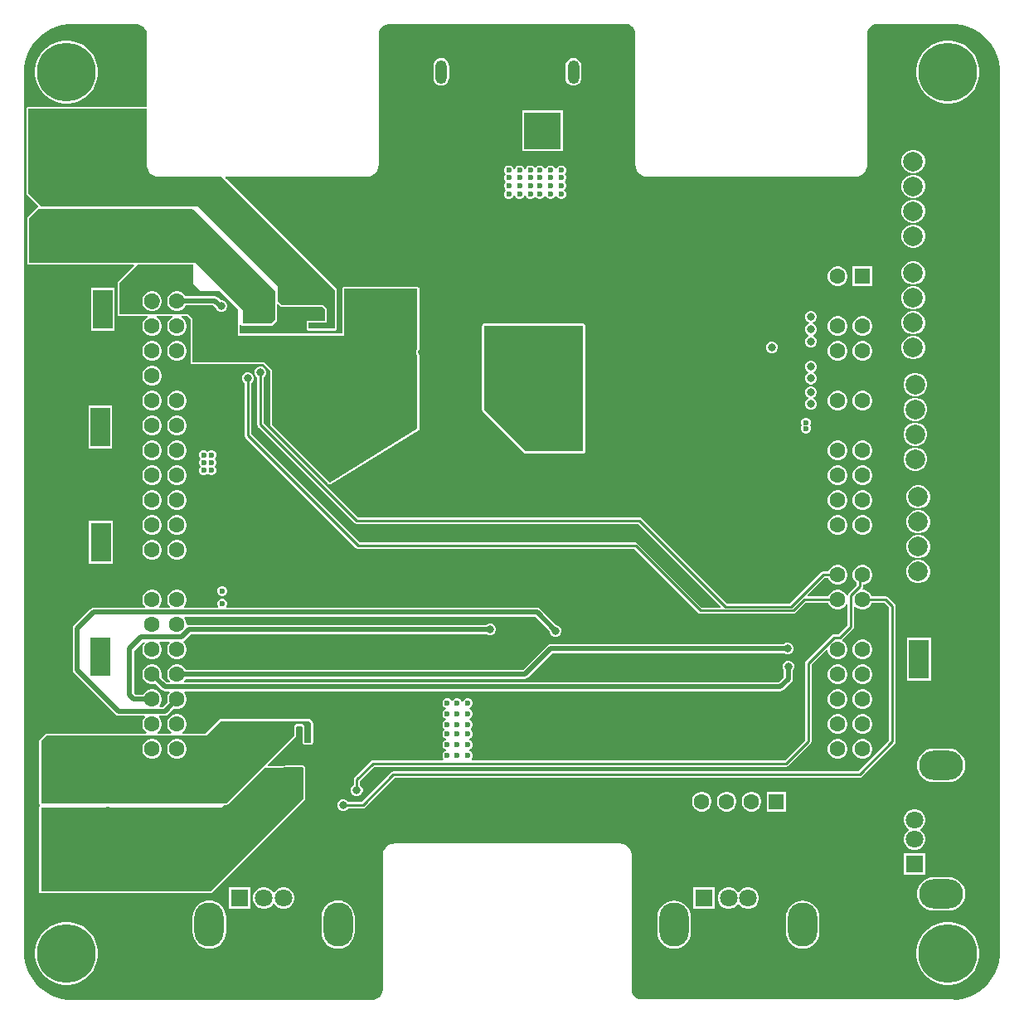
<source format=gbr>
%TF.GenerationSoftware,Altium Limited,Altium Designer,22.5.1 (42)*%
G04 Layer_Physical_Order=3*
G04 Layer_Color=16440176*
%FSLAX44Y44*%
%MOMM*%
%TF.SameCoordinates,FC5E5A78-ED25-47B3-91C5-E03428921660*%
%TF.FilePolarity,Positive*%
%TF.FileFunction,Copper,L3,Inr,Signal*%
%TF.Part,Single*%
G01*
G75*
%TA.AperFunction,Conductor*%
%ADD30C,0.2540*%
%TA.AperFunction,ComponentPad*%
%ADD32O,1.2000X2.4000*%
%ADD33R,3.7160X3.7160*%
%ADD34C,3.7160*%
%ADD35C,1.8000*%
%ADD36R,1.8000X1.8000*%
%ADD37O,3.0000X4.5000*%
%ADD38C,2.0000*%
%ADD39C,1.6000*%
%ADD40R,1.6000X1.6000*%
%ADD41R,2.0000X4.0000*%
%ADD42R,4.0000X2.0000*%
%ADD43R,1.8000X1.8000*%
%ADD44O,4.5000X3.0000*%
%ADD45R,1.6000X1.6000*%
%ADD46C,6.0000*%
%TA.AperFunction,ViaPad*%
%ADD47C,0.6000*%
%ADD48C,0.8000*%
%TA.AperFunction,Conductor*%
%ADD49C,0.5000*%
G36*
X454110Y498796D02*
X454890Y498641D01*
X458033D01*
X464267Y497820D01*
X470340Y496193D01*
X476148Y493787D01*
X481593Y490644D01*
X486581Y486816D01*
X491026Y482371D01*
X494854Y477383D01*
X497997Y471938D01*
X500403Y466130D01*
X502030Y460057D01*
X502851Y453824D01*
Y450680D01*
Y-449320D01*
Y-452463D01*
X502030Y-458697D01*
X500403Y-464770D01*
X497997Y-470578D01*
X494854Y-476023D01*
X491026Y-481011D01*
X486581Y-485456D01*
X481593Y-489284D01*
X476148Y-492427D01*
X470340Y-494833D01*
X464267Y-496460D01*
X458033Y-497281D01*
X455917D01*
X455670Y-497116D01*
X454890Y-496961D01*
X136650D01*
X134590Y-496551D01*
X132650Y-495748D01*
X130904Y-494581D01*
X129419Y-493096D01*
X128252Y-491350D01*
X127449Y-489410D01*
X127039Y-487350D01*
Y-486300D01*
Y-350000D01*
X127029Y-349950D01*
X127037Y-349900D01*
X126988Y-348920D01*
X126952Y-348773D01*
Y-348622D01*
X126569Y-346699D01*
X126492Y-346514D01*
X126453Y-346317D01*
X125703Y-344506D01*
X125591Y-344339D01*
X125515Y-344153D01*
X124425Y-342523D01*
X124284Y-342381D01*
X124172Y-342214D01*
X122786Y-340828D01*
X122619Y-340717D01*
X122477Y-340574D01*
X120847Y-339485D01*
X120661Y-339408D01*
X120494Y-339297D01*
X118683Y-338547D01*
X118486Y-338508D01*
X118301Y-338431D01*
X116378Y-338048D01*
X116227D01*
X116080Y-338012D01*
X115100Y-337963D01*
X115050Y-337971D01*
X115000Y-337961D01*
X114680Y-337961D01*
X38890D01*
X-115110Y-337961D01*
X-115160Y-337971D01*
X-115210Y-337963D01*
X-116190Y-338012D01*
X-116337Y-338048D01*
X-116488D01*
X-118411Y-338431D01*
X-118596Y-338508D01*
X-118793Y-338547D01*
X-120604Y-339297D01*
X-120771Y-339408D01*
X-120957Y-339485D01*
X-122587Y-340574D01*
X-122729Y-340717D01*
X-122896Y-340828D01*
X-124282Y-342214D01*
X-124394Y-342381D01*
X-124536Y-342523D01*
X-125625Y-344153D01*
X-125702Y-344339D01*
X-125813Y-344506D01*
X-126563Y-346317D01*
X-126602Y-346514D01*
X-126679Y-346699D01*
X-127062Y-348622D01*
Y-348773D01*
X-127099Y-348920D01*
X-127147Y-349900D01*
X-127139Y-349950D01*
X-127149Y-350000D01*
Y-486620D01*
Y-487670D01*
X-127559Y-489730D01*
X-128362Y-491670D01*
X-129529Y-493416D01*
X-131014Y-494901D01*
X-132760Y-496068D01*
X-134700Y-496871D01*
X-136760Y-497281D01*
X-137810D01*
X-445820Y-497281D01*
X-445821Y-497281D01*
X-448254Y-497281D01*
X-454487Y-496460D01*
X-460560Y-494833D01*
X-466368Y-492427D01*
X-471813Y-489284D01*
X-476801Y-485456D01*
X-481246Y-481011D01*
X-485074Y-476023D01*
X-488217Y-470578D01*
X-490623Y-464770D01*
X-492250Y-458697D01*
X-493071Y-452463D01*
Y-449320D01*
Y450680D01*
Y453824D01*
X-492250Y460057D01*
X-490623Y466129D01*
X-488217Y471938D01*
X-485074Y477383D01*
X-481246Y482371D01*
X-476801Y486816D01*
X-471813Y490644D01*
X-466368Y493787D01*
X-460560Y496193D01*
X-454487Y497820D01*
X-448254Y498641D01*
X-377650D01*
X-375590Y498231D01*
X-373650Y497428D01*
X-371904Y496261D01*
X-370419Y494776D01*
X-369252Y493030D01*
X-368449Y491090D01*
X-368039Y489030D01*
Y487980D01*
Y414539D01*
X-489000D01*
X-489780Y414384D01*
X-490442Y413942D01*
X-490884Y413280D01*
X-491039Y412500D01*
Y326000D01*
X-490884Y325220D01*
X-490442Y324558D01*
X-479349Y313465D01*
X-479452Y312711D01*
X-479700Y312020D01*
X-480192Y311692D01*
X-480192Y311692D01*
X-489442Y302442D01*
X-489884Y301780D01*
X-490039Y301000D01*
Y255000D01*
X-489884Y254220D01*
X-489442Y253558D01*
X-488780Y253116D01*
X-488000Y252961D01*
X-381582D01*
X-381096Y251787D01*
X-397442Y235442D01*
X-397884Y234780D01*
X-398039Y234000D01*
Y202750D01*
X-397884Y201970D01*
X-397442Y201308D01*
X-396780Y200866D01*
X-396000Y200711D01*
X-367554D01*
X-367214Y199441D01*
X-368840Y198502D01*
X-370702Y196640D01*
X-372019Y194360D01*
X-372700Y191817D01*
Y189184D01*
X-372019Y186640D01*
X-370702Y184360D01*
X-368840Y182498D01*
X-366560Y181182D01*
X-364016Y180500D01*
X-361384D01*
X-358840Y181182D01*
X-356560Y182498D01*
X-354698Y184360D01*
X-353382Y186640D01*
X-352700Y189184D01*
Y191817D01*
X-353382Y194360D01*
X-354698Y196640D01*
X-356560Y198502D01*
X-358186Y199441D01*
X-357846Y200711D01*
X-342154D01*
X-341814Y199441D01*
X-343440Y198502D01*
X-345302Y196640D01*
X-346618Y194360D01*
X-347300Y191817D01*
Y189184D01*
X-346618Y186640D01*
X-345302Y184360D01*
X-343440Y182498D01*
X-341160Y181182D01*
X-338616Y180500D01*
X-335984D01*
X-333440Y181182D01*
X-331160Y182498D01*
X-329298Y184360D01*
X-327981Y186640D01*
X-327300Y189184D01*
Y191817D01*
X-327981Y194360D01*
X-329298Y196640D01*
X-331160Y198502D01*
X-332786Y199441D01*
X-332446Y200711D01*
X-326845D01*
X-323539Y197405D01*
Y153750D01*
X-323384Y152970D01*
X-322942Y152308D01*
X-322280Y151866D01*
X-321500Y151711D01*
X-248845D01*
X-242039Y144905D01*
Y89715D01*
X-241884Y88935D01*
X-241442Y88273D01*
X-241442Y88273D01*
X-182564Y29395D01*
X-182432Y29307D01*
X-182324Y29190D01*
X-182104Y29088D01*
X-181903Y28953D01*
X-181747Y28922D01*
X-181602Y28855D01*
X-181360Y28845D01*
X-181122Y28798D01*
X-180966Y28829D01*
X-180807Y28823D01*
X-180580Y28906D01*
X-180342Y28953D01*
X-180210Y29042D01*
X-180060Y29097D01*
X-90688Y83616D01*
X-90510Y83780D01*
X-90308Y83914D01*
X-90220Y84047D01*
X-90103Y84154D01*
X-90001Y84374D01*
X-89866Y84576D01*
X-89835Y84732D01*
X-89768Y84876D01*
X-89758Y85119D01*
X-89711Y85356D01*
X-89711Y160265D01*
X-89711Y160265D01*
X-89866Y161045D01*
X-90308Y161707D01*
X-90358Y161756D01*
X-90961Y163212D01*
Y164788D01*
X-90358Y166244D01*
X-90308Y166293D01*
X-89866Y166955D01*
X-89711Y167735D01*
X-89711Y213500D01*
X-89711Y223000D01*
X-89711Y228500D01*
X-89866Y229280D01*
X-90308Y229942D01*
X-90970Y230384D01*
X-91750Y230539D01*
X-166500D01*
X-167280Y230384D01*
X-167942Y229942D01*
X-168384Y229280D01*
X-168539Y228500D01*
Y182789D01*
X-272961D01*
Y191619D01*
X-271691Y191931D01*
X-271442Y191558D01*
X-270780Y191116D01*
X-270000Y190961D01*
X-241000D01*
X-240220Y191116D01*
X-239558Y191558D01*
X-239558Y191558D01*
X-235558Y195558D01*
X-235116Y196220D01*
X-234961Y197000D01*
Y212418D01*
X-233787Y212904D01*
X-231442Y210558D01*
X-230780Y210116D01*
X-230000Y209961D01*
X-188845D01*
X-186039Y207155D01*
Y196039D01*
X-203000D01*
X-203780Y195884D01*
X-204442Y195442D01*
X-204884Y194780D01*
X-205039Y194000D01*
Y188000D01*
X-204884Y187220D01*
X-204442Y186558D01*
X-203780Y186116D01*
X-203000Y185961D01*
X-176000D01*
X-175220Y186116D01*
X-174558Y186558D01*
X-174116Y187220D01*
X-173961Y188000D01*
Y227000D01*
X-173961Y227000D01*
X-174116Y227780D01*
X-174558Y228442D01*
X-287904Y341788D01*
X-287418Y342961D01*
X-143500D01*
X-143450Y342971D01*
X-143400Y342963D01*
X-142420Y343012D01*
X-142273Y343048D01*
X-142122D01*
X-140199Y343431D01*
X-140014Y343508D01*
X-139817Y343547D01*
X-138006Y344297D01*
X-137839Y344408D01*
X-137653Y344485D01*
X-136023Y345574D01*
X-135881Y345717D01*
X-135714Y345828D01*
X-134328Y347214D01*
X-134216Y347381D01*
X-134074Y347523D01*
X-132985Y349153D01*
X-132908Y349339D01*
X-132797Y349506D01*
X-132047Y351317D01*
X-132008Y351514D01*
X-131931Y351699D01*
X-131548Y353622D01*
Y353773D01*
X-131511Y353920D01*
X-131463Y354900D01*
X-131471Y354950D01*
X-131461Y355000D01*
Y487980D01*
Y489030D01*
X-131051Y491090D01*
X-130248Y493030D01*
X-129081Y494776D01*
X-127596Y496261D01*
X-125850Y497428D01*
X-123910Y498231D01*
X-121850Y498641D01*
X119980D01*
X120760Y498796D01*
X121007Y498961D01*
X121350D01*
X123410Y498551D01*
X125350Y497748D01*
X127096Y496581D01*
X128581Y495096D01*
X129747Y493350D01*
X130551Y491410D01*
X130961Y489350D01*
Y488300D01*
Y355000D01*
X130971Y354950D01*
X130963Y354900D01*
X131011Y353920D01*
X131048Y353773D01*
Y353622D01*
X131431Y351699D01*
X131508Y351514D01*
X131547Y351317D01*
X132297Y349506D01*
X132408Y349339D01*
X132485Y349153D01*
X133574Y347523D01*
X133716Y347381D01*
X133828Y347214D01*
X135214Y345828D01*
X135381Y345717D01*
X135523Y345574D01*
X137153Y344485D01*
X137339Y344408D01*
X137506Y344297D01*
X139317Y343547D01*
X139514Y343508D01*
X139699Y343431D01*
X141622Y343048D01*
X141773D01*
X141920Y343012D01*
X142900Y342963D01*
X142950Y342971D01*
X143000Y342961D01*
X355500D01*
X355550Y342971D01*
X355600Y342963D01*
X356580Y343012D01*
X356727Y343048D01*
X356878D01*
X358801Y343431D01*
X358986Y343508D01*
X359183Y343547D01*
X360994Y344297D01*
X361161Y344408D01*
X361347Y344485D01*
X362977Y345574D01*
X363119Y345717D01*
X363286Y345828D01*
X364672Y347214D01*
X364784Y347381D01*
X364925Y347523D01*
X366015Y349153D01*
X366091Y349339D01*
X366203Y349506D01*
X366953Y351317D01*
X366992Y351514D01*
X367069Y351699D01*
X367452Y353622D01*
Y353773D01*
X367488Y353920D01*
X367537Y354900D01*
X367529Y354950D01*
X367539Y355000D01*
Y488300D01*
Y489350D01*
X367949Y491410D01*
X368752Y493350D01*
X369919Y495096D01*
X371404Y496581D01*
X373150Y497747D01*
X375090Y498551D01*
X377150Y498961D01*
X453863D01*
X454110Y498796D01*
D02*
G37*
G36*
X-237000Y226000D02*
Y216961D01*
X-237000Y216961D01*
X-237000Y216961D01*
Y197000D01*
X-241000Y193000D01*
X-270000D01*
Y200000D01*
Y207000D01*
X-318000Y255000D01*
X-488000D01*
Y301000D01*
X-478750Y310250D01*
X-321250D01*
X-237000Y226000D01*
D02*
G37*
G36*
X-368039Y355000D02*
X-368029Y354950D01*
X-368037Y354900D01*
X-367988Y353920D01*
X-367952Y353773D01*
Y353622D01*
X-367569Y351699D01*
X-367492Y351514D01*
X-367453Y351317D01*
X-366703Y349506D01*
X-366591Y349339D01*
X-366515Y349153D01*
X-365425Y347523D01*
X-365283Y347381D01*
X-365172Y347214D01*
X-363786Y345828D01*
X-363619Y345717D01*
X-363477Y345574D01*
X-361847Y344485D01*
X-361661Y344408D01*
X-361494Y344297D01*
X-359683Y343547D01*
X-359486Y343508D01*
X-359301Y343431D01*
X-357378Y343048D01*
X-357227D01*
X-357080Y343012D01*
X-356100Y342963D01*
X-356050Y342971D01*
X-356000Y342961D01*
X-291961D01*
X-176000Y227000D01*
Y188000D01*
X-203000D01*
Y194000D01*
X-184000D01*
Y208000D01*
X-188000Y212000D01*
X-230000D01*
X-234500Y216500D01*
Y231500D01*
X-316000Y313000D01*
X-476000D01*
X-489000Y326000D01*
Y412500D01*
X-368039D01*
Y355000D01*
D02*
G37*
G36*
X-320750Y234000D02*
X-313250Y226500D01*
X-294000Y226500D01*
X-275000Y207500D01*
Y180750D01*
X-166750D01*
X-166500Y181000D01*
Y228500D01*
X-91750D01*
X-91750Y223000D01*
X-91750Y213500D01*
X-91750Y167735D01*
X-92087Y167399D01*
X-93000Y165194D01*
Y162806D01*
X-92087Y160601D01*
X-91750Y160265D01*
X-91750Y85356D01*
X-181122Y30837D01*
X-240000Y89715D01*
Y145750D01*
X-248000Y153750D01*
X-321500D01*
Y198250D01*
X-326000Y202750D01*
X-396000D01*
Y234000D01*
X-377039Y252961D01*
X-320750D01*
Y234000D01*
D02*
G37*
%LPC*%
G36*
X67500Y464069D02*
X65412Y463794D01*
X63465Y462988D01*
X61794Y461706D01*
X60512Y460034D01*
X59706Y458088D01*
X59431Y456000D01*
Y444000D01*
X59706Y441912D01*
X60512Y439966D01*
X61794Y438294D01*
X63465Y437012D01*
X65412Y436206D01*
X67500Y435931D01*
X69588Y436206D01*
X71535Y437012D01*
X73206Y438294D01*
X74488Y439966D01*
X75294Y441912D01*
X75569Y444000D01*
Y456000D01*
X75294Y458088D01*
X74488Y460034D01*
X73206Y461706D01*
X71535Y462988D01*
X69588Y463794D01*
X67500Y464069D01*
D02*
G37*
G36*
X-67500D02*
X-69588Y463794D01*
X-71535Y462988D01*
X-73206Y461706D01*
X-74488Y460034D01*
X-75294Y458088D01*
X-75569Y456000D01*
Y444000D01*
X-75294Y441912D01*
X-74488Y439966D01*
X-73206Y438294D01*
X-71535Y437012D01*
X-69588Y436206D01*
X-67500Y435931D01*
X-65412Y436206D01*
X-63465Y437012D01*
X-61794Y438294D01*
X-60512Y439966D01*
X-59706Y441912D01*
X-59431Y444000D01*
Y456000D01*
X-59706Y458088D01*
X-60512Y460034D01*
X-61794Y461706D01*
X-63465Y462988D01*
X-65412Y463794D01*
X-67500Y464069D01*
D02*
G37*
G36*
X452518Y482000D02*
X447481D01*
X442507Y481212D01*
X437716Y479656D01*
X433228Y477369D01*
X429153Y474408D01*
X425592Y470847D01*
X422631Y466772D01*
X420344Y462284D01*
X418788Y457493D01*
X418000Y452518D01*
Y447481D01*
X418788Y442507D01*
X420344Y437716D01*
X422631Y433228D01*
X425592Y429153D01*
X429153Y425592D01*
X433228Y422631D01*
X437716Y420344D01*
X442507Y418788D01*
X447481Y418000D01*
X452518D01*
X457493Y418788D01*
X462284Y420344D01*
X466772Y422631D01*
X470847Y425592D01*
X474408Y429153D01*
X477369Y433228D01*
X479656Y437716D01*
X481212Y442507D01*
X482000Y447481D01*
Y452518D01*
X481212Y457493D01*
X479656Y462284D01*
X477369Y466772D01*
X474408Y470847D01*
X470847Y474408D01*
X466772Y477369D01*
X462284Y479656D01*
X457493Y481212D01*
X452518Y482000D01*
D02*
G37*
G36*
X-447481D02*
X-452518D01*
X-457493Y481212D01*
X-462284Y479656D01*
X-466772Y477369D01*
X-470847Y474408D01*
X-474408Y470847D01*
X-477369Y466772D01*
X-479656Y462284D01*
X-481212Y457493D01*
X-482000Y452518D01*
Y447481D01*
X-481212Y442507D01*
X-479656Y437716D01*
X-477369Y433228D01*
X-474408Y429153D01*
X-470847Y425592D01*
X-466772Y422631D01*
X-462284Y420344D01*
X-457493Y418788D01*
X-452518Y418000D01*
X-447481D01*
X-442507Y418788D01*
X-437716Y420344D01*
X-433228Y422631D01*
X-429153Y425592D01*
X-425592Y429153D01*
X-422631Y433228D01*
X-420344Y437716D01*
X-418788Y442507D01*
X-418000Y447481D01*
Y452518D01*
X-418788Y457493D01*
X-420344Y462284D01*
X-422631Y466772D01*
X-425592Y470847D01*
X-429153Y474408D01*
X-433228Y477369D01*
X-437716Y479656D01*
X-442507Y481212D01*
X-447481Y482000D01*
D02*
G37*
G36*
X56580Y410580D02*
X15420D01*
Y369420D01*
X56580D01*
Y410580D01*
D02*
G37*
G36*
X56245Y354500D02*
X54255D01*
X52418Y353739D01*
X51011Y352332D01*
X50423Y350913D01*
X49077D01*
X48489Y352332D01*
X47082Y353739D01*
X45245Y354500D01*
X43255D01*
X41418Y353739D01*
X40011Y352332D01*
X39423Y350913D01*
X38077D01*
X37489Y352332D01*
X36082Y353739D01*
X34245Y354500D01*
X32255D01*
X30418Y353739D01*
X29011Y352332D01*
X29010Y352329D01*
X27740D01*
X27739Y352332D01*
X26332Y353739D01*
X24495Y354500D01*
X22505D01*
X20668Y353739D01*
X19261Y352332D01*
X18673Y350913D01*
X17327D01*
X16739Y352332D01*
X15332Y353739D01*
X13495Y354500D01*
X11505D01*
X9668Y353739D01*
X8261Y352332D01*
X7673Y350913D01*
X6327D01*
X5739Y352332D01*
X4332Y353739D01*
X2495Y354500D01*
X505D01*
X-1332Y353739D01*
X-2739Y352332D01*
X-3500Y350495D01*
Y348505D01*
X-2739Y346668D01*
X-1821Y345750D01*
X-2739Y344832D01*
X-3500Y342995D01*
Y341005D01*
X-2739Y339168D01*
X-1446Y337875D01*
X-2739Y336582D01*
X-3500Y334745D01*
Y332756D01*
X-2739Y330918D01*
X-2026Y330205D01*
X-1430Y329375D01*
X-2026Y328545D01*
X-2739Y327832D01*
X-3500Y325995D01*
Y324005D01*
X-2739Y322168D01*
X-1332Y320761D01*
X505Y320000D01*
X2495D01*
X4332Y320761D01*
X5739Y322168D01*
X6327Y323587D01*
X7673D01*
X8261Y322168D01*
X9668Y320761D01*
X11505Y320000D01*
X13495D01*
X15332Y320761D01*
X16739Y322168D01*
X17327Y323587D01*
X18673D01*
X19261Y322168D01*
X20668Y320761D01*
X22505Y320000D01*
X24495D01*
X26332Y320761D01*
X27739Y322168D01*
X27740Y322171D01*
X29010D01*
X29011Y322168D01*
X30418Y320761D01*
X32255Y320000D01*
X34245D01*
X36082Y320761D01*
X37489Y322168D01*
X38077Y323587D01*
X39423D01*
X40011Y322168D01*
X41418Y320761D01*
X43255Y320000D01*
X45245D01*
X47082Y320761D01*
X48489Y322168D01*
X49077Y323587D01*
X50423D01*
X51011Y322168D01*
X52418Y320761D01*
X54255Y320000D01*
X56245D01*
X58082Y320761D01*
X59489Y322168D01*
X60250Y324005D01*
Y325995D01*
X59489Y327832D01*
X58776Y328545D01*
X58180Y329375D01*
X58776Y330205D01*
X59489Y330918D01*
X60250Y332756D01*
Y334745D01*
X59489Y336582D01*
X58196Y337875D01*
X59489Y339168D01*
X60250Y341005D01*
Y342995D01*
X59489Y344832D01*
X58571Y345750D01*
X59489Y346668D01*
X60250Y348505D01*
Y350495D01*
X59489Y352332D01*
X58082Y353739D01*
X56245Y354500D01*
D02*
G37*
G36*
X416167Y370563D02*
X413008D01*
X409956Y369745D01*
X407219Y368165D01*
X404985Y365931D01*
X403405Y363194D01*
X402588Y360142D01*
Y356983D01*
X403405Y353931D01*
X404985Y351194D01*
X407219Y348960D01*
X409956Y347380D01*
X413008Y346563D01*
X416167D01*
X419219Y347380D01*
X421956Y348960D01*
X424190Y351194D01*
X425770Y353931D01*
X426587Y356983D01*
Y360142D01*
X425770Y363194D01*
X424190Y365931D01*
X421956Y368165D01*
X419219Y369745D01*
X416167Y370563D01*
D02*
G37*
G36*
Y345163D02*
X413008D01*
X409956Y344345D01*
X407219Y342765D01*
X404985Y340531D01*
X403405Y337794D01*
X402588Y334742D01*
Y331583D01*
X403405Y328531D01*
X404985Y325794D01*
X407219Y323560D01*
X409956Y321980D01*
X413008Y321163D01*
X416167D01*
X419219Y321980D01*
X421956Y323560D01*
X424190Y325794D01*
X425770Y328531D01*
X426587Y331583D01*
Y334742D01*
X425770Y337794D01*
X424190Y340531D01*
X421956Y342765D01*
X419219Y344345D01*
X416167Y345163D01*
D02*
G37*
G36*
Y319763D02*
X413008D01*
X409956Y318945D01*
X407219Y317365D01*
X404985Y315131D01*
X403405Y312394D01*
X402588Y309342D01*
Y306183D01*
X403405Y303131D01*
X404985Y300394D01*
X407219Y298160D01*
X409956Y296580D01*
X413008Y295763D01*
X416167D01*
X419219Y296580D01*
X421956Y298160D01*
X424190Y300394D01*
X425770Y303131D01*
X426587Y306183D01*
Y309342D01*
X425770Y312394D01*
X424190Y315131D01*
X421956Y317365D01*
X419219Y318945D01*
X416167Y319763D01*
D02*
G37*
G36*
Y294363D02*
X413008D01*
X409956Y293545D01*
X407219Y291965D01*
X404985Y289731D01*
X403405Y286994D01*
X402588Y283942D01*
Y280783D01*
X403405Y277731D01*
X404985Y274994D01*
X407219Y272760D01*
X409956Y271180D01*
X413008Y270363D01*
X416167D01*
X419219Y271180D01*
X421956Y272760D01*
X424190Y274994D01*
X425770Y277731D01*
X426587Y280783D01*
Y283942D01*
X425770Y286994D01*
X424190Y289731D01*
X421956Y291965D01*
X419219Y293545D01*
X416167Y294363D01*
D02*
G37*
G36*
Y256643D02*
X413008D01*
X409956Y255825D01*
X407219Y254245D01*
X404985Y252011D01*
X403405Y249274D01*
X402588Y246222D01*
Y243063D01*
X403405Y240011D01*
X404985Y237274D01*
X407219Y235040D01*
X409956Y233460D01*
X413008Y232643D01*
X416167D01*
X419219Y233460D01*
X421956Y235040D01*
X424190Y237274D01*
X425770Y240011D01*
X426587Y243063D01*
Y246222D01*
X425770Y249274D01*
X424190Y252011D01*
X421956Y254245D01*
X419219Y255825D01*
X416167Y256643D01*
D02*
G37*
G36*
X372700Y251300D02*
X352700D01*
Y231300D01*
X372700D01*
Y251300D01*
D02*
G37*
G36*
X338616D02*
X335984D01*
X333440Y250618D01*
X331160Y249302D01*
X329298Y247440D01*
X327981Y245160D01*
X327300Y242617D01*
Y239984D01*
X327981Y237440D01*
X329298Y235160D01*
X331160Y233298D01*
X333440Y231982D01*
X335984Y231300D01*
X338616D01*
X341160Y231982D01*
X343440Y233298D01*
X345302Y235160D01*
X346618Y237440D01*
X347300Y239984D01*
Y242617D01*
X346618Y245160D01*
X345302Y247440D01*
X343440Y249302D01*
X341160Y250618D01*
X338616Y251300D01*
D02*
G37*
G36*
X416167Y231243D02*
X413008D01*
X409956Y230425D01*
X407219Y228845D01*
X404985Y226611D01*
X403405Y223874D01*
X402588Y220822D01*
Y217663D01*
X403405Y214611D01*
X404985Y211874D01*
X407219Y209640D01*
X409956Y208060D01*
X413008Y207243D01*
X416167D01*
X419219Y208060D01*
X421956Y209640D01*
X424190Y211874D01*
X425770Y214611D01*
X426587Y217663D01*
Y220822D01*
X425770Y223874D01*
X424190Y226611D01*
X421956Y228845D01*
X419219Y230425D01*
X416167Y231243D01*
D02*
G37*
G36*
X-401000Y229500D02*
X-425000D01*
Y185500D01*
X-401000D01*
Y229500D01*
D02*
G37*
G36*
X416167Y205843D02*
X413008D01*
X409956Y205025D01*
X407219Y203445D01*
X404985Y201211D01*
X403405Y198474D01*
X402588Y195422D01*
Y192263D01*
X403405Y189211D01*
X404985Y186474D01*
X407219Y184240D01*
X409956Y182660D01*
X413008Y181843D01*
X416167D01*
X419219Y182660D01*
X421956Y184240D01*
X424190Y186474D01*
X425770Y189211D01*
X426587Y192263D01*
Y195422D01*
X425770Y198474D01*
X424190Y201211D01*
X421956Y203445D01*
X419219Y205025D01*
X416167Y205843D01*
D02*
G37*
G36*
X364016Y200500D02*
X361384D01*
X358840Y199818D01*
X356560Y198502D01*
X354698Y196640D01*
X353382Y194360D01*
X352700Y191817D01*
Y189184D01*
X353382Y186640D01*
X354698Y184360D01*
X356560Y182498D01*
X358840Y181182D01*
X361384Y180500D01*
X364016D01*
X366560Y181182D01*
X368840Y182498D01*
X370702Y184360D01*
X372019Y186640D01*
X372700Y189184D01*
Y191817D01*
X372019Y194360D01*
X370702Y196640D01*
X368840Y198502D01*
X366560Y199818D01*
X364016Y200500D01*
D02*
G37*
G36*
X338616D02*
X335984D01*
X333440Y199818D01*
X331160Y198502D01*
X329298Y196640D01*
X327981Y194360D01*
X327300Y191817D01*
Y189184D01*
X327981Y186640D01*
X329298Y184360D01*
X331160Y182498D01*
X333440Y181182D01*
X335984Y180500D01*
X338616D01*
X341160Y181182D01*
X343440Y182498D01*
X345302Y184360D01*
X346618Y186640D01*
X347300Y189184D01*
Y191817D01*
X346618Y194360D01*
X345302Y196640D01*
X343440Y198502D01*
X341160Y199818D01*
X338616Y200500D01*
D02*
G37*
G36*
X311194Y206000D02*
X308806D01*
X306601Y205087D01*
X304913Y203399D01*
X304000Y201194D01*
Y198806D01*
X304913Y196601D01*
X306601Y194914D01*
X308388Y194173D01*
Y192827D01*
X306601Y192087D01*
X304913Y190399D01*
X304000Y188193D01*
Y185807D01*
X304913Y183601D01*
X306601Y181914D01*
X307147Y181687D01*
Y180313D01*
X306601Y180087D01*
X304913Y178399D01*
X304000Y176194D01*
Y173806D01*
X304913Y171601D01*
X306601Y169914D01*
X308806Y169000D01*
X311194D01*
X313399Y169914D01*
X315086Y171601D01*
X316000Y173806D01*
Y176194D01*
X315086Y178399D01*
X313399Y180087D01*
X312853Y180313D01*
Y181687D01*
X313399Y181914D01*
X315086Y183601D01*
X316000Y185807D01*
Y188193D01*
X315086Y190399D01*
X313399Y192087D01*
X311612Y192827D01*
Y194173D01*
X313399Y194914D01*
X315086Y196601D01*
X316000Y198806D01*
Y201194D01*
X315086Y203399D01*
X313399Y205087D01*
X311194Y206000D01*
D02*
G37*
G36*
X271194Y175000D02*
X268806D01*
X266601Y174086D01*
X264913Y172399D01*
X264000Y170194D01*
Y167806D01*
X264913Y165601D01*
X266601Y163913D01*
X268806Y163000D01*
X271194D01*
X273399Y163913D01*
X275086Y165601D01*
X276000Y167806D01*
Y170194D01*
X275086Y172399D01*
X273399Y174086D01*
X271194Y175000D01*
D02*
G37*
G36*
X416167Y180443D02*
X413008D01*
X409956Y179625D01*
X407219Y178045D01*
X404985Y175811D01*
X403405Y173074D01*
X402588Y170022D01*
Y166863D01*
X403405Y163811D01*
X404985Y161074D01*
X407219Y158840D01*
X409956Y157260D01*
X413008Y156443D01*
X416167D01*
X419219Y157260D01*
X421956Y158840D01*
X424190Y161074D01*
X425770Y163811D01*
X426587Y166863D01*
Y170022D01*
X425770Y173074D01*
X424190Y175811D01*
X421956Y178045D01*
X419219Y179625D01*
X416167Y180443D01*
D02*
G37*
G36*
X364016Y175100D02*
X361384D01*
X358840Y174419D01*
X356560Y173102D01*
X354698Y171240D01*
X353382Y168960D01*
X352700Y166416D01*
Y163783D01*
X353382Y161240D01*
X354698Y158960D01*
X356560Y157098D01*
X358840Y155781D01*
X361384Y155100D01*
X364016D01*
X366560Y155781D01*
X368840Y157098D01*
X370702Y158960D01*
X372019Y161240D01*
X372700Y163783D01*
Y166416D01*
X372019Y168960D01*
X370702Y171240D01*
X368840Y173102D01*
X366560Y174419D01*
X364016Y175100D01*
D02*
G37*
G36*
X338616D02*
X335984D01*
X333440Y174419D01*
X331160Y173102D01*
X329298Y171240D01*
X327981Y168960D01*
X327300Y166416D01*
Y163783D01*
X327981Y161240D01*
X329298Y158960D01*
X331160Y157098D01*
X333440Y155781D01*
X335984Y155100D01*
X338616D01*
X341160Y155781D01*
X343440Y157098D01*
X345302Y158960D01*
X346618Y161240D01*
X347300Y163783D01*
Y166416D01*
X346618Y168960D01*
X345302Y171240D01*
X343440Y173102D01*
X341160Y174419D01*
X338616Y175100D01*
D02*
G37*
G36*
X-335984D02*
X-338616D01*
X-341160Y174419D01*
X-343440Y173102D01*
X-345302Y171240D01*
X-346618Y168960D01*
X-347300Y166416D01*
Y163783D01*
X-346618Y161240D01*
X-345302Y158960D01*
X-343440Y157098D01*
X-341160Y155781D01*
X-338616Y155100D01*
X-335984D01*
X-333440Y155781D01*
X-331160Y157098D01*
X-329298Y158960D01*
X-327981Y161240D01*
X-327300Y163783D01*
Y166416D01*
X-327981Y168960D01*
X-329298Y171240D01*
X-331160Y173102D01*
X-333440Y174419D01*
X-335984Y175100D01*
D02*
G37*
G36*
X-361384D02*
X-364016D01*
X-366560Y174419D01*
X-368840Y173102D01*
X-370702Y171240D01*
X-372019Y168960D01*
X-372700Y166416D01*
Y163783D01*
X-372019Y161240D01*
X-370702Y158960D01*
X-368840Y157098D01*
X-366560Y155781D01*
X-364016Y155100D01*
X-361384D01*
X-358840Y155781D01*
X-356560Y157098D01*
X-354698Y158960D01*
X-353382Y161240D01*
X-352700Y163783D01*
Y166416D01*
X-353382Y168960D01*
X-354698Y171240D01*
X-356560Y173102D01*
X-358840Y174419D01*
X-361384Y175100D01*
D02*
G37*
G36*
X311194Y155000D02*
X308806D01*
X306601Y154087D01*
X304913Y152399D01*
X304000Y150194D01*
Y147807D01*
X304913Y145601D01*
X306601Y143913D01*
X307147Y143687D01*
Y142313D01*
X306601Y142087D01*
X304913Y140399D01*
X304000Y138194D01*
Y135807D01*
X304913Y133601D01*
X306601Y131913D01*
X308806Y131000D01*
X311194D01*
X313399Y131913D01*
X315086Y133601D01*
X316000Y135807D01*
Y138194D01*
X315086Y140399D01*
X313399Y142087D01*
X312853Y142313D01*
Y143687D01*
X313399Y143913D01*
X315086Y145601D01*
X316000Y147807D01*
Y150194D01*
X315086Y152399D01*
X313399Y154087D01*
X311194Y155000D01*
D02*
G37*
G36*
X-361384Y149700D02*
X-364016D01*
X-366560Y149018D01*
X-368840Y147702D01*
X-370702Y145840D01*
X-372019Y143560D01*
X-372700Y141017D01*
Y138384D01*
X-372019Y135840D01*
X-370702Y133560D01*
X-368840Y131698D01*
X-366560Y130381D01*
X-364016Y129700D01*
X-361384D01*
X-358840Y130381D01*
X-356560Y131698D01*
X-354698Y133560D01*
X-353382Y135840D01*
X-352700Y138384D01*
Y141017D01*
X-353382Y143560D01*
X-354698Y145840D01*
X-356560Y147702D01*
X-358840Y149018D01*
X-361384Y149700D01*
D02*
G37*
G36*
X418167Y142723D02*
X415008D01*
X411956Y141905D01*
X409219Y140325D01*
X406985Y138091D01*
X405405Y135354D01*
X404588Y132302D01*
Y129143D01*
X405405Y126091D01*
X406985Y123354D01*
X409219Y121120D01*
X411956Y119540D01*
X415008Y118722D01*
X418167D01*
X421219Y119540D01*
X423956Y121120D01*
X426190Y123354D01*
X427770Y126091D01*
X428587Y129143D01*
Y132302D01*
X427770Y135354D01*
X426190Y138091D01*
X423956Y140325D01*
X421219Y141905D01*
X418167Y142723D01*
D02*
G37*
G36*
X311194Y129000D02*
X308806D01*
X306601Y128087D01*
X304913Y126399D01*
X304000Y124193D01*
Y121806D01*
X304913Y119601D01*
X306601Y117914D01*
X307147Y117687D01*
Y116313D01*
X306601Y116087D01*
X304913Y114399D01*
X304000Y112193D01*
Y109806D01*
X304913Y107601D01*
X306601Y105913D01*
X308806Y105000D01*
X311194D01*
X313399Y105913D01*
X315086Y107601D01*
X316000Y109806D01*
Y112193D01*
X315086Y114399D01*
X313399Y116087D01*
X312853Y116313D01*
Y117687D01*
X313399Y117914D01*
X315086Y119601D01*
X316000Y121806D01*
Y124193D01*
X315086Y126399D01*
X313399Y128087D01*
X311194Y129000D01*
D02*
G37*
G36*
X364016Y124300D02*
X361384D01*
X358840Y123618D01*
X356560Y122302D01*
X354698Y120440D01*
X353382Y118160D01*
X352700Y115617D01*
Y112984D01*
X353382Y110440D01*
X354698Y108160D01*
X356560Y106298D01*
X358840Y104981D01*
X361384Y104300D01*
X364016D01*
X366560Y104981D01*
X368840Y106298D01*
X370702Y108160D01*
X372019Y110440D01*
X372700Y112984D01*
Y115617D01*
X372019Y118160D01*
X370702Y120440D01*
X368840Y122302D01*
X366560Y123618D01*
X364016Y124300D01*
D02*
G37*
G36*
X338616D02*
X335984D01*
X333440Y123618D01*
X331160Y122302D01*
X329298Y120440D01*
X327981Y118160D01*
X327300Y115617D01*
Y112984D01*
X327981Y110440D01*
X329298Y108160D01*
X331160Y106298D01*
X333440Y104981D01*
X335984Y104300D01*
X338616D01*
X341160Y104981D01*
X343440Y106298D01*
X345302Y108160D01*
X346618Y110440D01*
X347300Y112984D01*
Y115617D01*
X346618Y118160D01*
X345302Y120440D01*
X343440Y122302D01*
X341160Y123618D01*
X338616Y124300D01*
D02*
G37*
G36*
X-335984D02*
X-338616D01*
X-341160Y123618D01*
X-343440Y122302D01*
X-345302Y120440D01*
X-346618Y118160D01*
X-347300Y115617D01*
Y112984D01*
X-346618Y110440D01*
X-345302Y108160D01*
X-343440Y106298D01*
X-341160Y104981D01*
X-338616Y104300D01*
X-335984D01*
X-333440Y104981D01*
X-331160Y106298D01*
X-329298Y108160D01*
X-327981Y110440D01*
X-327300Y112984D01*
Y115617D01*
X-327981Y118160D01*
X-329298Y120440D01*
X-331160Y122302D01*
X-333440Y123618D01*
X-335984Y124300D01*
D02*
G37*
G36*
X-361384D02*
X-364016D01*
X-366560Y123618D01*
X-368840Y122302D01*
X-370702Y120440D01*
X-372019Y118160D01*
X-372700Y115617D01*
Y112984D01*
X-372019Y110440D01*
X-370702Y108160D01*
X-368840Y106298D01*
X-366560Y104981D01*
X-364016Y104300D01*
X-361384D01*
X-358840Y104981D01*
X-356560Y106298D01*
X-354698Y108160D01*
X-353382Y110440D01*
X-352700Y112984D01*
Y115617D01*
X-353382Y118160D01*
X-354698Y120440D01*
X-356560Y122302D01*
X-358840Y123618D01*
X-361384Y124300D01*
D02*
G37*
G36*
X418167Y117323D02*
X415008D01*
X411956Y116505D01*
X409219Y114925D01*
X406985Y112691D01*
X405405Y109954D01*
X404588Y106902D01*
Y103743D01*
X405405Y100691D01*
X406985Y97954D01*
X409219Y95720D01*
X411956Y94140D01*
X415008Y93322D01*
X418167D01*
X421219Y94140D01*
X423956Y95720D01*
X426190Y97954D01*
X427770Y100691D01*
X428587Y103743D01*
Y106902D01*
X427770Y109954D01*
X426190Y112691D01*
X423956Y114925D01*
X421219Y116505D01*
X418167Y117323D01*
D02*
G37*
G36*
X305995Y97000D02*
X304005D01*
X302168Y96239D01*
X300761Y94832D01*
X300000Y92995D01*
Y91005D01*
X300761Y89168D01*
X300929Y89000D01*
X300761Y88832D01*
X300000Y86995D01*
Y85005D01*
X300761Y83168D01*
X302168Y81761D01*
X304005Y81000D01*
X305995D01*
X307832Y81761D01*
X309239Y83168D01*
X310000Y85005D01*
Y86995D01*
X309239Y88832D01*
X309071Y89000D01*
X309239Y89168D01*
X310000Y91005D01*
Y92995D01*
X309239Y94832D01*
X307832Y96239D01*
X305995Y97000D01*
D02*
G37*
G36*
X-335984Y98900D02*
X-338616D01*
X-341160Y98218D01*
X-343440Y96902D01*
X-345302Y95040D01*
X-346618Y92760D01*
X-347300Y90217D01*
Y87584D01*
X-346618Y85040D01*
X-345302Y82760D01*
X-343440Y80898D01*
X-341160Y79581D01*
X-338616Y78900D01*
X-335984D01*
X-333440Y79581D01*
X-331160Y80898D01*
X-329298Y82760D01*
X-327981Y85040D01*
X-327300Y87584D01*
Y90217D01*
X-327981Y92760D01*
X-329298Y95040D01*
X-331160Y96902D01*
X-333440Y98218D01*
X-335984Y98900D01*
D02*
G37*
G36*
X-361384D02*
X-364016D01*
X-366560Y98218D01*
X-368840Y96902D01*
X-370702Y95040D01*
X-372019Y92760D01*
X-372700Y90217D01*
Y87584D01*
X-372019Y85040D01*
X-370702Y82760D01*
X-368840Y80898D01*
X-366560Y79581D01*
X-364016Y78900D01*
X-361384D01*
X-358840Y79581D01*
X-356560Y80898D01*
X-354698Y82760D01*
X-353382Y85040D01*
X-352700Y87584D01*
Y90217D01*
X-353382Y92760D01*
X-354698Y95040D01*
X-356560Y96902D01*
X-358840Y98218D01*
X-361384Y98900D01*
D02*
G37*
G36*
X418167Y91923D02*
X415008D01*
X411956Y91105D01*
X409219Y89525D01*
X406985Y87291D01*
X405405Y84554D01*
X404588Y81502D01*
Y78343D01*
X405405Y75291D01*
X406985Y72554D01*
X409219Y70320D01*
X411956Y68740D01*
X415008Y67923D01*
X418167D01*
X421219Y68740D01*
X423956Y70320D01*
X426190Y72554D01*
X427770Y75291D01*
X428587Y78343D01*
Y81502D01*
X427770Y84554D01*
X426190Y87291D01*
X423956Y89525D01*
X421219Y91105D01*
X418167Y91923D01*
D02*
G37*
G36*
X-403500Y109500D02*
X-427500D01*
Y65500D01*
X-403500D01*
Y109500D01*
D02*
G37*
G36*
X-301005Y64000D02*
X-302995D01*
X-304832Y63239D01*
X-306000Y62071D01*
X-307168Y63239D01*
X-309005Y64000D01*
X-310995D01*
X-312832Y63239D01*
X-314239Y61832D01*
X-315000Y59995D01*
Y58005D01*
X-314239Y56168D01*
X-313071Y55000D01*
X-314239Y53832D01*
X-315000Y51995D01*
Y50005D01*
X-314239Y48168D01*
X-313071Y47000D01*
X-314239Y45832D01*
X-315000Y43995D01*
Y42005D01*
X-314239Y40168D01*
X-312832Y38761D01*
X-310995Y38000D01*
X-309005D01*
X-307168Y38761D01*
X-306000Y39929D01*
X-304832Y38761D01*
X-302995Y38000D01*
X-301005D01*
X-299168Y38761D01*
X-297761Y40168D01*
X-297000Y42005D01*
Y43995D01*
X-297761Y45832D01*
X-298929Y47000D01*
X-297761Y48168D01*
X-297000Y50005D01*
Y51995D01*
X-297761Y53832D01*
X-298929Y55000D01*
X-297761Y56168D01*
X-297000Y58005D01*
Y59995D01*
X-297761Y61832D01*
X-299168Y63239D01*
X-301005Y64000D01*
D02*
G37*
G36*
X-23750Y193039D02*
X-24530Y192884D01*
X-25192Y192442D01*
X-25634Y191780D01*
X-25789Y191000D01*
Y104750D01*
X-25789Y104750D01*
X-25634Y103970D01*
X-25192Y103308D01*
X-25192Y103308D01*
X17058Y61058D01*
X17720Y60616D01*
X18500Y60461D01*
X77500D01*
X78280Y60616D01*
X78942Y61058D01*
X79384Y61720D01*
X79539Y62500D01*
Y191000D01*
X79384Y191780D01*
X78942Y192442D01*
X78280Y192884D01*
X77500Y193039D01*
X-23750Y193039D01*
D02*
G37*
G36*
X364016Y73500D02*
X361384D01*
X358840Y72818D01*
X356560Y71502D01*
X354698Y69640D01*
X353382Y67360D01*
X352700Y64816D01*
Y62183D01*
X353382Y59640D01*
X354698Y57360D01*
X356560Y55498D01*
X358840Y54181D01*
X361384Y53500D01*
X364016D01*
X366560Y54181D01*
X368840Y55498D01*
X370702Y57360D01*
X372019Y59640D01*
X372700Y62183D01*
Y64816D01*
X372019Y67360D01*
X370702Y69640D01*
X368840Y71502D01*
X366560Y72818D01*
X364016Y73500D01*
D02*
G37*
G36*
X338616D02*
X335984D01*
X333440Y72818D01*
X331160Y71502D01*
X329298Y69640D01*
X327981Y67360D01*
X327300Y64816D01*
Y62183D01*
X327981Y59640D01*
X329298Y57360D01*
X331160Y55498D01*
X333440Y54181D01*
X335984Y53500D01*
X338616D01*
X341160Y54181D01*
X343440Y55498D01*
X345302Y57360D01*
X346618Y59640D01*
X347300Y62183D01*
Y64816D01*
X346618Y67360D01*
X345302Y69640D01*
X343440Y71502D01*
X341160Y72818D01*
X338616Y73500D01*
D02*
G37*
G36*
X-335984D02*
X-338616D01*
X-341160Y72818D01*
X-343440Y71502D01*
X-345302Y69640D01*
X-346618Y67360D01*
X-347300Y64816D01*
Y62183D01*
X-346618Y59640D01*
X-345302Y57360D01*
X-343440Y55498D01*
X-341160Y54181D01*
X-338616Y53500D01*
X-335984D01*
X-333440Y54181D01*
X-331160Y55498D01*
X-329298Y57360D01*
X-327981Y59640D01*
X-327300Y62183D01*
Y64816D01*
X-327981Y67360D01*
X-329298Y69640D01*
X-331160Y71502D01*
X-333440Y72818D01*
X-335984Y73500D01*
D02*
G37*
G36*
X-361384D02*
X-364016D01*
X-366560Y72818D01*
X-368840Y71502D01*
X-370702Y69640D01*
X-372019Y67360D01*
X-372700Y64816D01*
Y62183D01*
X-372019Y59640D01*
X-370702Y57360D01*
X-368840Y55498D01*
X-366560Y54181D01*
X-364016Y53500D01*
X-361384D01*
X-358840Y54181D01*
X-356560Y55498D01*
X-354698Y57360D01*
X-353382Y59640D01*
X-352700Y62183D01*
Y64816D01*
X-353382Y67360D01*
X-354698Y69640D01*
X-356560Y71502D01*
X-358840Y72818D01*
X-361384Y73500D01*
D02*
G37*
G36*
X418167Y66522D02*
X415008D01*
X411956Y65705D01*
X409219Y64125D01*
X406985Y61891D01*
X405405Y59154D01*
X404588Y56102D01*
Y52943D01*
X405405Y49891D01*
X406985Y47154D01*
X409219Y44920D01*
X411956Y43340D01*
X415008Y42523D01*
X418167D01*
X421219Y43340D01*
X423956Y44920D01*
X426190Y47154D01*
X427770Y49891D01*
X428587Y52943D01*
Y56102D01*
X427770Y59154D01*
X426190Y61891D01*
X423956Y64125D01*
X421219Y65705D01*
X418167Y66522D01*
D02*
G37*
G36*
X364016Y48100D02*
X361384D01*
X358840Y47418D01*
X356560Y46102D01*
X354698Y44240D01*
X353382Y41960D01*
X352700Y39416D01*
Y36783D01*
X353382Y34240D01*
X354698Y31960D01*
X356560Y30098D01*
X358840Y28781D01*
X361384Y28100D01*
X364016D01*
X366560Y28781D01*
X368840Y30098D01*
X370702Y31960D01*
X372019Y34240D01*
X372700Y36783D01*
Y39416D01*
X372019Y41960D01*
X370702Y44240D01*
X368840Y46102D01*
X366560Y47418D01*
X364016Y48100D01*
D02*
G37*
G36*
X338616D02*
X335984D01*
X333440Y47418D01*
X331160Y46102D01*
X329298Y44240D01*
X327981Y41960D01*
X327300Y39416D01*
Y36783D01*
X327981Y34240D01*
X329298Y31960D01*
X331160Y30098D01*
X333440Y28781D01*
X335984Y28100D01*
X338616D01*
X341160Y28781D01*
X343440Y30098D01*
X345302Y31960D01*
X346618Y34240D01*
X347300Y36783D01*
Y39416D01*
X346618Y41960D01*
X345302Y44240D01*
X343440Y46102D01*
X341160Y47418D01*
X338616Y48100D01*
D02*
G37*
G36*
X-335984D02*
X-338616D01*
X-341160Y47418D01*
X-343440Y46102D01*
X-345302Y44240D01*
X-346618Y41960D01*
X-347300Y39416D01*
Y36783D01*
X-346618Y34240D01*
X-345302Y31960D01*
X-343440Y30098D01*
X-341160Y28781D01*
X-338616Y28100D01*
X-335984D01*
X-333440Y28781D01*
X-331160Y30098D01*
X-329298Y31960D01*
X-327981Y34240D01*
X-327300Y36783D01*
Y39416D01*
X-327981Y41960D01*
X-329298Y44240D01*
X-331160Y46102D01*
X-333440Y47418D01*
X-335984Y48100D01*
D02*
G37*
G36*
X-361384D02*
X-364016D01*
X-366560Y47418D01*
X-368840Y46102D01*
X-370702Y44240D01*
X-372019Y41960D01*
X-372700Y39416D01*
Y36783D01*
X-372019Y34240D01*
X-370702Y31960D01*
X-368840Y30098D01*
X-366560Y28781D01*
X-364016Y28100D01*
X-361384D01*
X-358840Y28781D01*
X-356560Y30098D01*
X-354698Y31960D01*
X-353382Y34240D01*
X-352700Y36783D01*
Y39416D01*
X-353382Y41960D01*
X-354698Y44240D01*
X-356560Y46102D01*
X-358840Y47418D01*
X-361384Y48100D01*
D02*
G37*
G36*
X421167Y28073D02*
X418008D01*
X414956Y27255D01*
X412219Y25675D01*
X409985Y23441D01*
X408405Y20704D01*
X407588Y17652D01*
Y14493D01*
X408405Y11441D01*
X409985Y8704D01*
X412219Y6470D01*
X414956Y4890D01*
X418008Y4073D01*
X421167D01*
X424219Y4890D01*
X426956Y6470D01*
X429190Y8704D01*
X430770Y11441D01*
X431587Y14493D01*
Y17652D01*
X430770Y20704D01*
X429190Y23441D01*
X426956Y25675D01*
X424219Y27255D01*
X421167Y28073D01*
D02*
G37*
G36*
X364016Y22700D02*
X361384D01*
X358840Y22018D01*
X356560Y20702D01*
X354698Y18840D01*
X353382Y16560D01*
X352700Y14016D01*
Y11384D01*
X353382Y8840D01*
X354698Y6560D01*
X356560Y4698D01*
X358840Y3381D01*
X361384Y2700D01*
X364016D01*
X366560Y3381D01*
X368840Y4698D01*
X370702Y6560D01*
X372019Y8840D01*
X372700Y11384D01*
Y14016D01*
X372019Y16560D01*
X370702Y18840D01*
X368840Y20702D01*
X366560Y22018D01*
X364016Y22700D01*
D02*
G37*
G36*
X338616D02*
X335984D01*
X333440Y22018D01*
X331160Y20702D01*
X329298Y18840D01*
X327981Y16560D01*
X327300Y14016D01*
Y11384D01*
X327981Y8840D01*
X329298Y6560D01*
X331160Y4698D01*
X333440Y3381D01*
X335984Y2700D01*
X338616D01*
X341160Y3381D01*
X343440Y4698D01*
X345302Y6560D01*
X346618Y8840D01*
X347300Y11384D01*
Y14016D01*
X346618Y16560D01*
X345302Y18840D01*
X343440Y20702D01*
X341160Y22018D01*
X338616Y22700D01*
D02*
G37*
G36*
X-335984D02*
X-338616D01*
X-341160Y22018D01*
X-343440Y20702D01*
X-345302Y18840D01*
X-346618Y16560D01*
X-347300Y14016D01*
Y11384D01*
X-346618Y8840D01*
X-345302Y6560D01*
X-343440Y4698D01*
X-341160Y3381D01*
X-338616Y2700D01*
X-335984D01*
X-333440Y3381D01*
X-331160Y4698D01*
X-329298Y6560D01*
X-327981Y8840D01*
X-327300Y11384D01*
Y14016D01*
X-327981Y16560D01*
X-329298Y18840D01*
X-331160Y20702D01*
X-333440Y22018D01*
X-335984Y22700D01*
D02*
G37*
G36*
X-361384D02*
X-364016D01*
X-366560Y22018D01*
X-368840Y20702D01*
X-370702Y18840D01*
X-372019Y16560D01*
X-372700Y14016D01*
Y11384D01*
X-372019Y8840D01*
X-370702Y6560D01*
X-368840Y4698D01*
X-366560Y3381D01*
X-364016Y2700D01*
X-361384D01*
X-358840Y3381D01*
X-356560Y4698D01*
X-354698Y6560D01*
X-353382Y8840D01*
X-352700Y11384D01*
Y14016D01*
X-353382Y16560D01*
X-354698Y18840D01*
X-356560Y20702D01*
X-358840Y22018D01*
X-361384Y22700D01*
D02*
G37*
G36*
X421167Y2673D02*
X418008D01*
X414956Y1855D01*
X412219Y275D01*
X409985Y-1959D01*
X408405Y-4696D01*
X407588Y-7748D01*
Y-10907D01*
X408405Y-13959D01*
X409985Y-16696D01*
X412219Y-18930D01*
X414956Y-20510D01*
X418008Y-21327D01*
X421167D01*
X424219Y-20510D01*
X426956Y-18930D01*
X429190Y-16696D01*
X430770Y-13959D01*
X431587Y-10907D01*
Y-7748D01*
X430770Y-4696D01*
X429190Y-1959D01*
X426956Y275D01*
X424219Y1855D01*
X421167Y2673D01*
D02*
G37*
G36*
X364016Y-2700D02*
X361384D01*
X358840Y-3381D01*
X356560Y-4698D01*
X354698Y-6560D01*
X353382Y-8840D01*
X352700Y-11384D01*
Y-14016D01*
X353382Y-16560D01*
X354698Y-18840D01*
X356560Y-20702D01*
X358840Y-22018D01*
X361384Y-22700D01*
X364016D01*
X366560Y-22018D01*
X368840Y-20702D01*
X370702Y-18840D01*
X372019Y-16560D01*
X372700Y-14016D01*
Y-11384D01*
X372019Y-8840D01*
X370702Y-6560D01*
X368840Y-4698D01*
X366560Y-3381D01*
X364016Y-2700D01*
D02*
G37*
G36*
X338616D02*
X335984D01*
X333440Y-3381D01*
X331160Y-4698D01*
X329298Y-6560D01*
X327981Y-8840D01*
X327300Y-11384D01*
Y-14016D01*
X327981Y-16560D01*
X329298Y-18840D01*
X331160Y-20702D01*
X333440Y-22018D01*
X335984Y-22700D01*
X338616D01*
X341160Y-22018D01*
X343440Y-20702D01*
X345302Y-18840D01*
X346618Y-16560D01*
X347300Y-14016D01*
Y-11384D01*
X346618Y-8840D01*
X345302Y-6560D01*
X343440Y-4698D01*
X341160Y-3381D01*
X338616Y-2700D01*
D02*
G37*
G36*
X-335984D02*
X-338616D01*
X-341160Y-3381D01*
X-343440Y-4698D01*
X-345302Y-6560D01*
X-346618Y-8840D01*
X-347300Y-11384D01*
Y-14016D01*
X-346618Y-16560D01*
X-345302Y-18840D01*
X-343440Y-20702D01*
X-341160Y-22018D01*
X-338616Y-22700D01*
X-335984D01*
X-333440Y-22018D01*
X-331160Y-20702D01*
X-329298Y-18840D01*
X-327981Y-16560D01*
X-327300Y-14016D01*
Y-11384D01*
X-327981Y-8840D01*
X-329298Y-6560D01*
X-331160Y-4698D01*
X-333440Y-3381D01*
X-335984Y-2700D01*
D02*
G37*
G36*
X-361384D02*
X-364016D01*
X-366560Y-3381D01*
X-368840Y-4698D01*
X-370702Y-6560D01*
X-372019Y-8840D01*
X-372700Y-11384D01*
Y-14016D01*
X-372019Y-16560D01*
X-370702Y-18840D01*
X-368840Y-20702D01*
X-366560Y-22018D01*
X-364016Y-22700D01*
X-361384D01*
X-358840Y-22018D01*
X-356560Y-20702D01*
X-354698Y-18840D01*
X-353382Y-16560D01*
X-352700Y-14016D01*
Y-11384D01*
X-353382Y-8840D01*
X-354698Y-6560D01*
X-356560Y-4698D01*
X-358840Y-3381D01*
X-361384Y-2700D01*
D02*
G37*
G36*
X421167Y-22727D02*
X418008D01*
X414956Y-23545D01*
X412219Y-25125D01*
X409985Y-27359D01*
X408405Y-30096D01*
X407588Y-33148D01*
Y-36307D01*
X408405Y-39359D01*
X409985Y-42096D01*
X412219Y-44330D01*
X414956Y-45910D01*
X418008Y-46727D01*
X421167D01*
X424219Y-45910D01*
X426956Y-44330D01*
X429190Y-42096D01*
X430770Y-39359D01*
X431587Y-36307D01*
Y-33148D01*
X430770Y-30096D01*
X429190Y-27359D01*
X426956Y-25125D01*
X424219Y-23545D01*
X421167Y-22727D01*
D02*
G37*
G36*
X-335984Y-28100D02*
X-338616D01*
X-341160Y-28781D01*
X-343440Y-30098D01*
X-345302Y-31960D01*
X-346618Y-34240D01*
X-347300Y-36783D01*
Y-39416D01*
X-346618Y-41960D01*
X-345302Y-44240D01*
X-343440Y-46102D01*
X-341160Y-47418D01*
X-338616Y-48100D01*
X-335984D01*
X-333440Y-47418D01*
X-331160Y-46102D01*
X-329298Y-44240D01*
X-327981Y-41960D01*
X-327300Y-39416D01*
Y-36783D01*
X-327981Y-34240D01*
X-329298Y-31960D01*
X-331160Y-30098D01*
X-333440Y-28781D01*
X-335984Y-28100D01*
D02*
G37*
G36*
X-361384D02*
X-364016D01*
X-366560Y-28781D01*
X-368840Y-30098D01*
X-370702Y-31960D01*
X-372019Y-34240D01*
X-372700Y-36783D01*
Y-39416D01*
X-372019Y-41960D01*
X-370702Y-44240D01*
X-368840Y-46102D01*
X-366560Y-47418D01*
X-364016Y-48100D01*
X-361384D01*
X-358840Y-47418D01*
X-356560Y-46102D01*
X-354698Y-44240D01*
X-353382Y-41960D01*
X-352700Y-39416D01*
Y-36783D01*
X-353382Y-34240D01*
X-354698Y-31960D01*
X-356560Y-30098D01*
X-358840Y-28781D01*
X-361384Y-28100D01*
D02*
G37*
G36*
X-403000Y-8000D02*
X-427000D01*
Y-52000D01*
X-403000D01*
Y-8000D01*
D02*
G37*
G36*
X421167Y-48127D02*
X418008D01*
X414956Y-48945D01*
X412219Y-50525D01*
X409985Y-52759D01*
X408405Y-55496D01*
X407588Y-58548D01*
Y-61707D01*
X408405Y-64759D01*
X409985Y-67496D01*
X412219Y-69730D01*
X414956Y-71310D01*
X418008Y-72127D01*
X421167D01*
X424219Y-71310D01*
X426956Y-69730D01*
X429190Y-67496D01*
X430770Y-64759D01*
X431587Y-61707D01*
Y-58548D01*
X430770Y-55496D01*
X429190Y-52759D01*
X426956Y-50525D01*
X424219Y-48945D01*
X421167Y-48127D01*
D02*
G37*
G36*
X-290005Y-75000D02*
X-291995D01*
X-293832Y-75761D01*
X-295239Y-77168D01*
X-296000Y-79005D01*
Y-80995D01*
X-295239Y-82832D01*
X-293832Y-84239D01*
X-291995Y-85000D01*
X-290005D01*
X-288168Y-84239D01*
X-286761Y-82832D01*
X-286000Y-80995D01*
Y-79005D01*
X-286761Y-77168D01*
X-288168Y-75761D01*
X-290005Y-75000D01*
D02*
G37*
G36*
X-250807Y149000D02*
X-253193D01*
X-255399Y148087D01*
X-257087Y146399D01*
X-258000Y144193D01*
Y141806D01*
X-257087Y139601D01*
X-255399Y137913D01*
X-255334Y137887D01*
Y90000D01*
X-255080Y88724D01*
X-254357Y87642D01*
X-156357Y-10358D01*
X-155276Y-11080D01*
X-154000Y-11334D01*
X133619D01*
X217858Y-95573D01*
X217372Y-96746D01*
X198461D01*
X133357Y-31642D01*
X132276Y-30920D01*
X131000Y-30666D01*
X-150619D01*
X-261666Y80381D01*
Y131887D01*
X-261601Y131913D01*
X-259914Y133601D01*
X-259000Y135807D01*
Y138194D01*
X-259914Y140399D01*
X-261601Y142087D01*
X-263806Y143000D01*
X-266194D01*
X-268399Y142087D01*
X-270087Y140399D01*
X-271000Y138194D01*
Y135807D01*
X-270087Y133601D01*
X-268399Y131913D01*
X-268334Y131887D01*
Y79000D01*
X-268080Y77724D01*
X-267358Y76642D01*
X-154358Y-36358D01*
X-153276Y-37080D01*
X-152000Y-37334D01*
X129619D01*
X194722Y-102437D01*
X195804Y-103160D01*
X197080Y-103414D01*
X291920D01*
X293196Y-103160D01*
X294277Y-102437D01*
X304481Y-92234D01*
X327841D01*
X327981Y-92760D01*
X329298Y-95040D01*
X331160Y-96902D01*
X333440Y-98218D01*
X335984Y-98900D01*
X338616D01*
X341160Y-98218D01*
X343440Y-96902D01*
X345302Y-95040D01*
X346442Y-93065D01*
X347712Y-93405D01*
Y-115111D01*
X338657Y-124166D01*
X333562D01*
X332286Y-124420D01*
X331204Y-125142D01*
X304893Y-151454D01*
X304170Y-152536D01*
X303916Y-153812D01*
Y-232369D01*
X283619Y-252666D01*
X-35799D01*
X-36325Y-251396D01*
X-36011Y-251082D01*
X-35250Y-249245D01*
Y-247255D01*
X-36011Y-245418D01*
X-37418Y-244011D01*
X-38837Y-243423D01*
Y-242077D01*
X-37418Y-241489D01*
X-36011Y-240082D01*
X-35250Y-238245D01*
Y-236255D01*
X-36011Y-234418D01*
X-37418Y-233011D01*
X-38837Y-232423D01*
Y-231077D01*
X-37418Y-230489D01*
X-36011Y-229082D01*
X-35250Y-227245D01*
Y-225255D01*
X-36011Y-223418D01*
X-37418Y-222011D01*
X-37421Y-222010D01*
Y-220740D01*
X-37418Y-220739D01*
X-36011Y-219332D01*
X-35250Y-217495D01*
Y-215505D01*
X-36011Y-213668D01*
X-37418Y-212261D01*
X-38837Y-211673D01*
Y-210327D01*
X-37418Y-209739D01*
X-36011Y-208332D01*
X-35250Y-206495D01*
Y-204505D01*
X-36011Y-202668D01*
X-37418Y-201261D01*
X-38837Y-200673D01*
Y-199327D01*
X-37418Y-198739D01*
X-36011Y-197332D01*
X-35250Y-195495D01*
Y-193505D01*
X-36011Y-191668D01*
X-37418Y-190261D01*
X-39255Y-189500D01*
X-41245D01*
X-43082Y-190261D01*
X-44489Y-191668D01*
X-45077Y-193087D01*
X-46423D01*
X-47011Y-191668D01*
X-48418Y-190261D01*
X-50255Y-189500D01*
X-52245D01*
X-54082Y-190261D01*
X-55489Y-191668D01*
X-55563Y-191846D01*
X-56937D01*
X-57011Y-191668D01*
X-58418Y-190261D01*
X-60255Y-189500D01*
X-62245D01*
X-64082Y-190261D01*
X-65489Y-191668D01*
X-66250Y-193505D01*
Y-195495D01*
X-65489Y-197332D01*
X-64082Y-198739D01*
X-62663Y-199327D01*
Y-200673D01*
X-64082Y-201261D01*
X-65489Y-202668D01*
X-66250Y-204505D01*
Y-206495D01*
X-65489Y-208332D01*
X-64082Y-209739D01*
X-62663Y-210327D01*
Y-211673D01*
X-64082Y-212261D01*
X-65489Y-213668D01*
X-66250Y-215505D01*
Y-217495D01*
X-65489Y-219332D01*
X-64082Y-220739D01*
X-64079Y-220740D01*
Y-222010D01*
X-64082Y-222011D01*
X-65489Y-223418D01*
X-66250Y-225255D01*
Y-227245D01*
X-65489Y-229082D01*
X-64082Y-230489D01*
X-62663Y-231077D01*
Y-232423D01*
X-64082Y-233011D01*
X-65489Y-234418D01*
X-66250Y-236255D01*
Y-238245D01*
X-65489Y-240082D01*
X-64082Y-241489D01*
X-62663Y-242077D01*
Y-243423D01*
X-64082Y-244011D01*
X-65489Y-245418D01*
X-66250Y-247255D01*
Y-249245D01*
X-65489Y-251082D01*
X-65175Y-251396D01*
X-65701Y-252666D01*
X-137000D01*
X-138276Y-252920D01*
X-139358Y-253643D01*
X-155857Y-270142D01*
X-156580Y-271224D01*
X-156834Y-272500D01*
Y-278387D01*
X-156899Y-278413D01*
X-158587Y-280101D01*
X-159500Y-282306D01*
Y-284694D01*
X-158587Y-286899D01*
X-156899Y-288587D01*
X-154693Y-289500D01*
X-152306D01*
X-150101Y-288587D01*
X-148413Y-286899D01*
X-147500Y-284694D01*
Y-282306D01*
X-148413Y-280101D01*
X-150101Y-278413D01*
X-150166Y-278387D01*
Y-273881D01*
X-135619Y-259334D01*
X285000D01*
X286276Y-259080D01*
X287358Y-258358D01*
X309608Y-236108D01*
X310330Y-235026D01*
X310584Y-233750D01*
Y-155193D01*
X326127Y-139650D01*
X327300Y-140136D01*
Y-141017D01*
X327981Y-143560D01*
X329298Y-145840D01*
X331160Y-147702D01*
X333440Y-149018D01*
X335984Y-149700D01*
X338616D01*
X341160Y-149018D01*
X343440Y-147702D01*
X345302Y-145840D01*
X346618Y-143560D01*
X347300Y-141017D01*
Y-138384D01*
X346618Y-135840D01*
X345302Y-133560D01*
X343440Y-131698D01*
X342437Y-131119D01*
X342434Y-131040D01*
X342541Y-129712D01*
X353404Y-118849D01*
X354127Y-117768D01*
X354380Y-116492D01*
Y-96518D01*
X355650Y-95992D01*
X356560Y-96902D01*
X358840Y-98218D01*
X361384Y-98900D01*
X364016D01*
X366560Y-98218D01*
X368840Y-96902D01*
X370702Y-95040D01*
X372019Y-92760D01*
X372159Y-92234D01*
X385269D01*
X390026Y-96992D01*
Y-232509D01*
X358309Y-264226D01*
X-116310D01*
X-117586Y-264480D01*
X-118667Y-265203D01*
X-148881Y-295416D01*
X-162637D01*
X-162663Y-295351D01*
X-164351Y-293663D01*
X-166556Y-292750D01*
X-168944D01*
X-171149Y-293663D01*
X-172837Y-295351D01*
X-173750Y-297556D01*
Y-299944D01*
X-172837Y-302149D01*
X-171149Y-303837D01*
X-168944Y-304750D01*
X-166556D01*
X-164351Y-303837D01*
X-162663Y-302149D01*
X-162637Y-302084D01*
X-147500D01*
X-146224Y-301830D01*
X-145142Y-301108D01*
X-114929Y-270894D01*
X359690D01*
X360966Y-270640D01*
X362048Y-269918D01*
X395718Y-236247D01*
X396441Y-235165D01*
X396695Y-233890D01*
Y-95611D01*
X396441Y-94335D01*
X395718Y-93253D01*
X389008Y-86543D01*
X387926Y-85820D01*
X386650Y-85566D01*
X372159D01*
X372019Y-85040D01*
X370702Y-82760D01*
X368840Y-80898D01*
X366560Y-79581D01*
X364016Y-78900D01*
X363136D01*
X362841Y-78186D01*
X362734Y-77630D01*
X363432Y-76586D01*
X363686Y-75310D01*
Y-73500D01*
X364016D01*
X366560Y-72818D01*
X368840Y-71502D01*
X370702Y-69640D01*
X372019Y-67360D01*
X372700Y-64816D01*
Y-62183D01*
X372019Y-59640D01*
X370702Y-57360D01*
X368840Y-55498D01*
X366560Y-54181D01*
X364016Y-53500D01*
X361384D01*
X358840Y-54181D01*
X356560Y-55498D01*
X354698Y-57360D01*
X353382Y-59640D01*
X352700Y-62183D01*
Y-64816D01*
X353382Y-67360D01*
X354698Y-69640D01*
X356560Y-71502D01*
X357018Y-71766D01*
Y-73929D01*
X348689Y-82258D01*
X347966Y-83340D01*
X347733Y-84513D01*
X347425Y-84642D01*
X346442Y-84735D01*
X345302Y-82760D01*
X343440Y-80898D01*
X341160Y-79581D01*
X338616Y-78900D01*
X335984D01*
X333440Y-79581D01*
X331160Y-80898D01*
X329298Y-82760D01*
X327981Y-85040D01*
X327841Y-85566D01*
X306808D01*
X306322Y-84393D01*
X323881Y-66834D01*
X327841D01*
X327981Y-67360D01*
X329298Y-69640D01*
X331160Y-71502D01*
X333440Y-72818D01*
X335984Y-73500D01*
X338616D01*
X341160Y-72818D01*
X343440Y-71502D01*
X345302Y-69640D01*
X346618Y-67360D01*
X347300Y-64816D01*
Y-62183D01*
X346618Y-59640D01*
X345302Y-57360D01*
X343440Y-55498D01*
X341160Y-54181D01*
X338616Y-53500D01*
X335984D01*
X333440Y-54181D01*
X331160Y-55498D01*
X329298Y-57360D01*
X327981Y-59640D01*
X327841Y-60166D01*
X322500D01*
X321224Y-60420D01*
X320143Y-61143D01*
X288349Y-92936D01*
X224651D01*
X137358Y-5642D01*
X136276Y-4920D01*
X135000Y-4666D01*
X-152619D01*
X-248666Y91381D01*
Y137887D01*
X-248601Y137913D01*
X-246914Y139601D01*
X-246000Y141806D01*
Y144193D01*
X-246914Y146399D01*
X-248601Y148087D01*
X-250807Y149000D01*
D02*
G37*
G36*
X-335984Y-78900D02*
X-338616D01*
X-341160Y-79581D01*
X-343440Y-80898D01*
X-345302Y-82760D01*
X-346618Y-85040D01*
X-347300Y-87584D01*
Y-90217D01*
X-346618Y-92760D01*
X-345302Y-95040D01*
X-344400Y-95942D01*
X-344926Y-97212D01*
X-355074D01*
X-355600Y-95942D01*
X-354698Y-95040D01*
X-353382Y-92760D01*
X-352700Y-90217D01*
Y-87584D01*
X-353382Y-85040D01*
X-354698Y-82760D01*
X-356560Y-80898D01*
X-358840Y-79581D01*
X-361384Y-78900D01*
X-364016D01*
X-366560Y-79581D01*
X-368840Y-80898D01*
X-370702Y-82760D01*
X-372019Y-85040D01*
X-372700Y-87584D01*
Y-90217D01*
X-372019Y-92760D01*
X-370702Y-95040D01*
X-369800Y-95942D01*
X-370326Y-97212D01*
X-422550D01*
X-424306Y-97561D01*
X-425794Y-98556D01*
X-442244Y-115006D01*
X-443239Y-116494D01*
X-443588Y-118250D01*
Y-160500D01*
X-443239Y-162256D01*
X-442244Y-163744D01*
X-399744Y-206244D01*
X-398256Y-207239D01*
X-396500Y-207588D01*
X-370326D01*
X-369800Y-208858D01*
X-370702Y-209760D01*
X-372019Y-212040D01*
X-372700Y-214583D01*
Y-217216D01*
X-372019Y-219760D01*
X-370702Y-222040D01*
X-368840Y-223902D01*
X-368340Y-224191D01*
X-368680Y-225461D01*
X-470250D01*
X-470250Y-225461D01*
X-471030Y-225616D01*
X-471692Y-226058D01*
X-477442Y-231808D01*
X-477884Y-232470D01*
X-478039Y-233250D01*
Y-296750D01*
X-477884Y-297530D01*
X-477442Y-298192D01*
Y-299558D01*
X-477884Y-300220D01*
X-478039Y-301000D01*
Y-386750D01*
X-477884Y-387530D01*
X-477442Y-388192D01*
X-476780Y-388634D01*
X-476000Y-388789D01*
X-302750D01*
X-301970Y-388634D01*
X-301308Y-388192D01*
X-301308Y-388192D01*
X-207058Y-293942D01*
X-206616Y-293280D01*
X-206461Y-292500D01*
Y-260740D01*
X-206463Y-260727D01*
X-206461Y-260714D01*
X-206541Y-260337D01*
X-206616Y-259959D01*
X-206623Y-259948D01*
X-206626Y-259936D01*
X-206843Y-259619D01*
X-207058Y-259298D01*
X-207069Y-259290D01*
X-207076Y-259280D01*
X-207985Y-258393D01*
X-207996Y-258386D01*
X-208004Y-258375D01*
X-208331Y-258168D01*
X-208652Y-257959D01*
X-208665Y-257957D01*
X-208676Y-257950D01*
X-209056Y-257884D01*
X-209435Y-257814D01*
X-209447Y-257817D01*
X-209460Y-257814D01*
X-244388Y-258690D01*
X-244889Y-257523D01*
X-216308Y-228942D01*
X-215866Y-228280D01*
X-215711Y-227500D01*
Y-218845D01*
X-214905Y-218039D01*
X-209845D01*
X-209039Y-218845D01*
Y-235000D01*
X-208884Y-235780D01*
X-208442Y-236442D01*
X-207780Y-236884D01*
X-207000Y-237039D01*
X-200500D01*
X-199720Y-236884D01*
X-199058Y-236442D01*
X-198808Y-236192D01*
X-198366Y-235530D01*
X-198211Y-234750D01*
Y-215000D01*
X-198366Y-214220D01*
X-198808Y-213558D01*
X-198808Y-213558D01*
X-201058Y-211308D01*
X-201720Y-210866D01*
X-202500Y-210711D01*
X-292750D01*
X-292750Y-210711D01*
X-293530Y-210866D01*
X-294192Y-211308D01*
X-294192Y-211308D01*
X-308345Y-225461D01*
X-331320D01*
X-331660Y-224191D01*
X-331160Y-223902D01*
X-329298Y-222040D01*
X-327981Y-219760D01*
X-327300Y-217216D01*
Y-214583D01*
X-327981Y-212040D01*
X-329298Y-209760D01*
X-331160Y-207898D01*
X-333440Y-206581D01*
X-335984Y-205900D01*
X-338616D01*
X-341160Y-206581D01*
X-343440Y-207898D01*
X-345302Y-209760D01*
X-346618Y-212040D01*
X-347300Y-214583D01*
Y-217216D01*
X-346618Y-219760D01*
X-345302Y-222040D01*
X-343440Y-223902D01*
X-342940Y-224191D01*
X-343280Y-225461D01*
X-356720D01*
X-357060Y-224191D01*
X-356560Y-223902D01*
X-354698Y-222040D01*
X-353382Y-219760D01*
X-352700Y-217216D01*
Y-214583D01*
X-353382Y-212040D01*
X-354698Y-209760D01*
X-355600Y-208858D01*
X-355074Y-207588D01*
X-349800D01*
X-348044Y-207239D01*
X-346556Y-206244D01*
X-340348Y-200036D01*
X-338616Y-200500D01*
X-335984D01*
X-333440Y-199818D01*
X-331160Y-198502D01*
X-329298Y-196640D01*
X-327981Y-194360D01*
X-327300Y-191817D01*
Y-189184D01*
X-327981Y-186640D01*
X-329298Y-184360D01*
X-329896Y-183762D01*
X-329410Y-182588D01*
X279000D01*
X280756Y-182239D01*
X282244Y-181244D01*
X290244Y-173244D01*
X291239Y-171756D01*
X291588Y-170000D01*
Y-160897D01*
X292087Y-160399D01*
X293000Y-158194D01*
Y-155807D01*
X292087Y-153601D01*
X290399Y-151913D01*
X288193Y-151000D01*
X285807D01*
X283601Y-151913D01*
X281914Y-153601D01*
X281000Y-155807D01*
Y-158194D01*
X281914Y-160399D01*
X282412Y-160897D01*
Y-168099D01*
X277099Y-173412D01*
X-329674D01*
X-330200Y-172142D01*
X-329298Y-171240D01*
X-328402Y-169688D01*
X18066D01*
X19821Y-169339D01*
X21310Y-168344D01*
X46066Y-143588D01*
X282103D01*
X282601Y-144087D01*
X284806Y-145000D01*
X287194D01*
X289399Y-144087D01*
X291087Y-142399D01*
X292000Y-140194D01*
Y-137807D01*
X291087Y-135601D01*
X289399Y-133913D01*
X287194Y-133000D01*
X284806D01*
X282601Y-133913D01*
X282103Y-134412D01*
X44166D01*
X42410Y-134761D01*
X40921Y-135756D01*
X16165Y-160512D01*
X-328402D01*
X-329298Y-158960D01*
X-331160Y-157098D01*
X-333440Y-155781D01*
X-335984Y-155100D01*
X-338616D01*
X-341160Y-155781D01*
X-343440Y-157098D01*
X-345302Y-158960D01*
X-346618Y-161240D01*
X-347300Y-163783D01*
Y-166416D01*
X-346618Y-168960D01*
X-345302Y-171240D01*
X-344400Y-172142D01*
X-344926Y-173412D01*
X-347900D01*
X-353164Y-168148D01*
X-352700Y-166416D01*
Y-163783D01*
X-353382Y-161240D01*
X-354698Y-158960D01*
X-356560Y-157098D01*
X-358840Y-155781D01*
X-361384Y-155100D01*
X-364016D01*
X-366560Y-155781D01*
X-368840Y-157098D01*
X-370702Y-158960D01*
X-372019Y-161240D01*
X-372700Y-163783D01*
Y-166416D01*
X-372019Y-168960D01*
X-370702Y-171240D01*
X-368840Y-173102D01*
X-366560Y-174419D01*
X-364016Y-175100D01*
X-361384D01*
X-359652Y-174636D01*
X-353044Y-181244D01*
X-351556Y-182239D01*
X-349800Y-182588D01*
X-345190D01*
X-344704Y-183762D01*
X-345302Y-184360D01*
X-346618Y-186640D01*
X-347300Y-189184D01*
Y-191817D01*
X-346836Y-193547D01*
X-351701Y-198412D01*
X-354810D01*
X-355296Y-197239D01*
X-354698Y-196640D01*
X-353382Y-194360D01*
X-352700Y-191817D01*
Y-189184D01*
X-353382Y-186640D01*
X-354698Y-184360D01*
X-356560Y-182498D01*
X-358840Y-181182D01*
X-361384Y-180500D01*
X-364016D01*
X-366560Y-181182D01*
X-368840Y-182498D01*
X-370702Y-184360D01*
X-371598Y-185912D01*
X-379599D01*
X-381162Y-184349D01*
Y-140900D01*
X-371745Y-131483D01*
X-370421D01*
X-369895Y-132753D01*
X-370702Y-133560D01*
X-372019Y-135840D01*
X-372700Y-138384D01*
Y-141017D01*
X-372019Y-143560D01*
X-370702Y-145840D01*
X-368840Y-147702D01*
X-366560Y-149018D01*
X-364016Y-149700D01*
X-361384D01*
X-358840Y-149018D01*
X-356560Y-147702D01*
X-354698Y-145840D01*
X-353382Y-143560D01*
X-352700Y-141017D01*
Y-138384D01*
X-353382Y-135840D01*
X-354698Y-133560D01*
X-355505Y-132753D01*
X-354979Y-131483D01*
X-345021D01*
X-344495Y-132753D01*
X-345302Y-133560D01*
X-346618Y-135840D01*
X-347300Y-138384D01*
Y-141017D01*
X-346618Y-143560D01*
X-345302Y-145840D01*
X-343440Y-147702D01*
X-341160Y-149018D01*
X-338616Y-149700D01*
X-335984D01*
X-333440Y-149018D01*
X-331160Y-147702D01*
X-329298Y-145840D01*
X-327981Y-143560D01*
X-327300Y-141017D01*
Y-138384D01*
X-327981Y-135840D01*
X-329298Y-133560D01*
X-330434Y-132423D01*
X-330442Y-132059D01*
X-330142Y-130920D01*
X-328973Y-130139D01*
X-322672Y-123838D01*
X-21397D01*
X-20899Y-124337D01*
X-18693Y-125250D01*
X-16307D01*
X-14101Y-124337D01*
X-12413Y-122649D01*
X-11500Y-120443D01*
Y-118056D01*
X-12413Y-115851D01*
X-14101Y-114163D01*
X-16307Y-113250D01*
X-18693D01*
X-20899Y-114163D01*
X-21397Y-114662D01*
X-324572D01*
X-326030Y-114952D01*
X-326968Y-114433D01*
X-327300Y-114133D01*
Y-112984D01*
X-327981Y-110440D01*
X-329298Y-108160D01*
X-329896Y-107562D01*
X-329410Y-106388D01*
X28400D01*
X43250Y-121239D01*
Y-121944D01*
X44163Y-124149D01*
X45851Y-125837D01*
X48057Y-126750D01*
X50444D01*
X52649Y-125837D01*
X54337Y-124149D01*
X55250Y-121944D01*
Y-119557D01*
X54337Y-117351D01*
X52649Y-115663D01*
X50444Y-114750D01*
X49739D01*
X33544Y-98556D01*
X32056Y-97561D01*
X30300Y-97212D01*
X-286481D01*
X-286967Y-96039D01*
X-286761Y-95832D01*
X-286000Y-93995D01*
Y-92005D01*
X-286761Y-90168D01*
X-288168Y-88761D01*
X-290005Y-88000D01*
X-291995D01*
X-293832Y-88761D01*
X-295239Y-90168D01*
X-296000Y-92005D01*
Y-93995D01*
X-295239Y-95832D01*
X-295033Y-96039D01*
X-295519Y-97212D01*
X-329674D01*
X-330200Y-95942D01*
X-329298Y-95040D01*
X-327981Y-92760D01*
X-327300Y-90217D01*
Y-87584D01*
X-327981Y-85040D01*
X-329298Y-82760D01*
X-331160Y-80898D01*
X-333440Y-79581D01*
X-335984Y-78900D01*
D02*
G37*
G36*
X364016Y-129700D02*
X361384D01*
X358840Y-130381D01*
X356560Y-131698D01*
X354698Y-133560D01*
X353382Y-135840D01*
X352700Y-138384D01*
Y-141017D01*
X353382Y-143560D01*
X354698Y-145840D01*
X356560Y-147702D01*
X358840Y-149018D01*
X361384Y-149700D01*
X364016D01*
X366560Y-149018D01*
X368840Y-147702D01*
X370702Y-145840D01*
X372019Y-143560D01*
X372700Y-141017D01*
Y-138384D01*
X372019Y-135840D01*
X370702Y-133560D01*
X368840Y-131698D01*
X366560Y-130381D01*
X364016Y-129700D01*
D02*
G37*
G36*
X432500Y-128000D02*
X408500D01*
Y-172000D01*
X432500D01*
Y-128000D01*
D02*
G37*
G36*
X364016Y-155100D02*
X361384D01*
X358840Y-155781D01*
X356560Y-157098D01*
X354698Y-158960D01*
X353382Y-161240D01*
X352700Y-163783D01*
Y-166416D01*
X353382Y-168960D01*
X354698Y-171240D01*
X356560Y-173102D01*
X358840Y-174419D01*
X361384Y-175100D01*
X364016D01*
X366560Y-174419D01*
X368840Y-173102D01*
X370702Y-171240D01*
X372019Y-168960D01*
X372700Y-166416D01*
Y-163783D01*
X372019Y-161240D01*
X370702Y-158960D01*
X368840Y-157098D01*
X366560Y-155781D01*
X364016Y-155100D01*
D02*
G37*
G36*
X338616D02*
X335984D01*
X333440Y-155781D01*
X331160Y-157098D01*
X329298Y-158960D01*
X327981Y-161240D01*
X327300Y-163783D01*
Y-166416D01*
X327981Y-168960D01*
X329298Y-171240D01*
X331160Y-173102D01*
X333440Y-174419D01*
X335984Y-175100D01*
X338616D01*
X341160Y-174419D01*
X343440Y-173102D01*
X345302Y-171240D01*
X346618Y-168960D01*
X347300Y-166416D01*
Y-163783D01*
X346618Y-161240D01*
X345302Y-158960D01*
X343440Y-157098D01*
X341160Y-155781D01*
X338616Y-155100D01*
D02*
G37*
G36*
X364016Y-180500D02*
X361384D01*
X358840Y-181182D01*
X356560Y-182498D01*
X354698Y-184360D01*
X353382Y-186640D01*
X352700Y-189184D01*
Y-191817D01*
X353382Y-194360D01*
X354698Y-196640D01*
X356560Y-198502D01*
X358840Y-199818D01*
X361384Y-200500D01*
X364016D01*
X366560Y-199818D01*
X368840Y-198502D01*
X370702Y-196640D01*
X372019Y-194360D01*
X372700Y-191817D01*
Y-189184D01*
X372019Y-186640D01*
X370702Y-184360D01*
X368840Y-182498D01*
X366560Y-181182D01*
X364016Y-180500D01*
D02*
G37*
G36*
X338616D02*
X335984D01*
X333440Y-181182D01*
X331160Y-182498D01*
X329298Y-184360D01*
X327981Y-186640D01*
X327300Y-189184D01*
Y-191817D01*
X327981Y-194360D01*
X329298Y-196640D01*
X331160Y-198502D01*
X333440Y-199818D01*
X335984Y-200500D01*
X338616D01*
X341160Y-199818D01*
X343440Y-198502D01*
X345302Y-196640D01*
X346618Y-194360D01*
X347300Y-191817D01*
Y-189184D01*
X346618Y-186640D01*
X345302Y-184360D01*
X343440Y-182498D01*
X341160Y-181182D01*
X338616Y-180500D01*
D02*
G37*
G36*
X364016Y-205900D02*
X361384D01*
X358840Y-206581D01*
X356560Y-207898D01*
X354698Y-209760D01*
X353382Y-212040D01*
X352700Y-214583D01*
Y-217216D01*
X353382Y-219760D01*
X354698Y-222040D01*
X356560Y-223902D01*
X358840Y-225219D01*
X361384Y-225900D01*
X364016D01*
X366560Y-225219D01*
X368840Y-223902D01*
X370702Y-222040D01*
X372019Y-219760D01*
X372700Y-217216D01*
Y-214583D01*
X372019Y-212040D01*
X370702Y-209760D01*
X368840Y-207898D01*
X366560Y-206581D01*
X364016Y-205900D01*
D02*
G37*
G36*
X338616D02*
X335984D01*
X333440Y-206581D01*
X331160Y-207898D01*
X329298Y-209760D01*
X327981Y-212040D01*
X327300Y-214583D01*
Y-217216D01*
X327981Y-219760D01*
X329298Y-222040D01*
X331160Y-223902D01*
X333440Y-225219D01*
X335984Y-225900D01*
X338616D01*
X341160Y-225219D01*
X343440Y-223902D01*
X345302Y-222040D01*
X346618Y-219760D01*
X347300Y-217216D01*
Y-214583D01*
X346618Y-212040D01*
X345302Y-209760D01*
X343440Y-207898D01*
X341160Y-206581D01*
X338616Y-205900D01*
D02*
G37*
G36*
X364016Y-231300D02*
X361384D01*
X358840Y-231982D01*
X356560Y-233298D01*
X354698Y-235160D01*
X353382Y-237440D01*
X352700Y-239984D01*
Y-242617D01*
X353382Y-245160D01*
X354698Y-247440D01*
X356560Y-249302D01*
X358840Y-250618D01*
X361384Y-251300D01*
X364016D01*
X366560Y-250618D01*
X368840Y-249302D01*
X370702Y-247440D01*
X372019Y-245160D01*
X372700Y-242617D01*
Y-239984D01*
X372019Y-237440D01*
X370702Y-235160D01*
X368840Y-233298D01*
X366560Y-231982D01*
X364016Y-231300D01*
D02*
G37*
G36*
X338616D02*
X335984D01*
X333440Y-231982D01*
X331160Y-233298D01*
X329298Y-235160D01*
X327981Y-237440D01*
X327300Y-239984D01*
Y-242617D01*
X327981Y-245160D01*
X329298Y-247440D01*
X331160Y-249302D01*
X333440Y-250618D01*
X335984Y-251300D01*
X338616D01*
X341160Y-250618D01*
X343440Y-249302D01*
X345302Y-247440D01*
X346618Y-245160D01*
X347300Y-242617D01*
Y-239984D01*
X346618Y-237440D01*
X345302Y-235160D01*
X343440Y-233298D01*
X341160Y-231982D01*
X338616Y-231300D01*
D02*
G37*
G36*
X450500Y-240918D02*
X435500D01*
X432167Y-241246D01*
X428963Y-242218D01*
X426010Y-243797D01*
X423421Y-245921D01*
X421297Y-248510D01*
X419718Y-251463D01*
X418746Y-254667D01*
X418418Y-258000D01*
X418746Y-261333D01*
X419718Y-264537D01*
X421297Y-267490D01*
X423421Y-270079D01*
X426010Y-272203D01*
X428963Y-273782D01*
X432167Y-274754D01*
X435500Y-275082D01*
X450500D01*
X453833Y-274754D01*
X457037Y-273782D01*
X459990Y-272203D01*
X462579Y-270079D01*
X464703Y-267490D01*
X466282Y-264537D01*
X467254Y-261333D01*
X467582Y-258000D01*
X467254Y-254667D01*
X466282Y-251463D01*
X464703Y-248510D01*
X462579Y-245921D01*
X459990Y-243797D01*
X457037Y-242218D01*
X453833Y-241246D01*
X450500Y-240918D01*
D02*
G37*
G36*
X284850Y-285050D02*
X264850D01*
Y-305050D01*
X284850D01*
Y-285050D01*
D02*
G37*
G36*
X250767D02*
X248134D01*
X245590Y-285732D01*
X243310Y-287048D01*
X241448Y-288910D01*
X240131Y-291190D01*
X239450Y-293734D01*
Y-296367D01*
X240131Y-298910D01*
X241448Y-301190D01*
X243310Y-303052D01*
X245590Y-304368D01*
X248134Y-305050D01*
X250767D01*
X253310Y-304368D01*
X255590Y-303052D01*
X257452Y-301190D01*
X258769Y-298910D01*
X259450Y-296367D01*
Y-293734D01*
X258769Y-291190D01*
X257452Y-288910D01*
X255590Y-287048D01*
X253310Y-285732D01*
X250767Y-285050D01*
D02*
G37*
G36*
X225367D02*
X222733D01*
X220190Y-285732D01*
X217910Y-287048D01*
X216048Y-288910D01*
X214732Y-291190D01*
X214050Y-293734D01*
Y-296367D01*
X214732Y-298910D01*
X216048Y-301190D01*
X217910Y-303052D01*
X220190Y-304368D01*
X222733Y-305050D01*
X225367D01*
X227910Y-304368D01*
X230190Y-303052D01*
X232052Y-301190D01*
X233368Y-298910D01*
X234050Y-296367D01*
Y-293734D01*
X233368Y-291190D01*
X232052Y-288910D01*
X230190Y-287048D01*
X227910Y-285732D01*
X225367Y-285050D01*
D02*
G37*
G36*
X199967D02*
X197334D01*
X194790Y-285732D01*
X192510Y-287048D01*
X190648Y-288910D01*
X189331Y-291190D01*
X188650Y-293734D01*
Y-296367D01*
X189331Y-298910D01*
X190648Y-301190D01*
X192510Y-303052D01*
X194790Y-304368D01*
X197334Y-305050D01*
X199967D01*
X202510Y-304368D01*
X204790Y-303052D01*
X206652Y-301190D01*
X207969Y-298910D01*
X208650Y-296367D01*
Y-293734D01*
X207969Y-291190D01*
X206652Y-288910D01*
X204790Y-287048D01*
X202510Y-285732D01*
X199967Y-285050D01*
D02*
G37*
G36*
X417348Y-302700D02*
X414452D01*
X411654Y-303450D01*
X409146Y-304898D01*
X407098Y-306946D01*
X405650Y-309454D01*
X404900Y-312252D01*
Y-315148D01*
X405650Y-317946D01*
X407098Y-320454D01*
X409146Y-322502D01*
X410121Y-323065D01*
Y-324335D01*
X409146Y-324898D01*
X407098Y-326946D01*
X405650Y-329454D01*
X404900Y-332252D01*
Y-335148D01*
X405650Y-337946D01*
X407098Y-340454D01*
X409146Y-342502D01*
X411654Y-343950D01*
X414452Y-344700D01*
X417348D01*
X420146Y-343950D01*
X422654Y-342502D01*
X424702Y-340454D01*
X426150Y-337946D01*
X426900Y-335148D01*
Y-332252D01*
X426150Y-329454D01*
X424702Y-326946D01*
X422654Y-324898D01*
X421679Y-324335D01*
Y-323065D01*
X422654Y-322502D01*
X424702Y-320454D01*
X426150Y-317946D01*
X426900Y-315148D01*
Y-312252D01*
X426150Y-309454D01*
X424702Y-306946D01*
X422654Y-304898D01*
X420146Y-303450D01*
X417348Y-302700D01*
D02*
G37*
G36*
X426900Y-347700D02*
X404900D01*
Y-369700D01*
X426900D01*
Y-347700D01*
D02*
G37*
G36*
X-227052Y-382600D02*
X-229948D01*
X-232746Y-383350D01*
X-235254Y-384798D01*
X-237302Y-386846D01*
X-237865Y-387821D01*
X-239135D01*
X-239698Y-386846D01*
X-241746Y-384798D01*
X-244254Y-383350D01*
X-247052Y-382600D01*
X-249948D01*
X-252746Y-383350D01*
X-255254Y-384798D01*
X-257302Y-386846D01*
X-258750Y-389354D01*
X-259500Y-392152D01*
Y-395048D01*
X-258750Y-397846D01*
X-257302Y-400354D01*
X-255254Y-402402D01*
X-252746Y-403850D01*
X-249948Y-404600D01*
X-247052D01*
X-244254Y-403850D01*
X-241746Y-402402D01*
X-239698Y-400354D01*
X-239135Y-399379D01*
X-237865D01*
X-237302Y-400354D01*
X-235254Y-402402D01*
X-232746Y-403850D01*
X-229948Y-404600D01*
X-227052D01*
X-224254Y-403850D01*
X-221746Y-402402D01*
X-219698Y-400354D01*
X-218250Y-397846D01*
X-217500Y-395048D01*
Y-392152D01*
X-218250Y-389354D01*
X-219698Y-386846D01*
X-221746Y-384798D01*
X-224254Y-383350D01*
X-227052Y-382600D01*
D02*
G37*
G36*
X247498Y-382650D02*
X244602D01*
X241804Y-383400D01*
X239296Y-384848D01*
X237248Y-386896D01*
X236685Y-387871D01*
X235415D01*
X234852Y-386896D01*
X232804Y-384848D01*
X230296Y-383400D01*
X227498Y-382650D01*
X224602D01*
X221804Y-383400D01*
X219296Y-384848D01*
X217248Y-386896D01*
X215800Y-389404D01*
X215050Y-392202D01*
Y-395098D01*
X215800Y-397896D01*
X217248Y-400404D01*
X219296Y-402452D01*
X221804Y-403900D01*
X224602Y-404650D01*
X227498D01*
X230296Y-403900D01*
X232804Y-402452D01*
X234852Y-400404D01*
X235415Y-399429D01*
X236685D01*
X237248Y-400404D01*
X239296Y-402452D01*
X241804Y-403900D01*
X244602Y-404650D01*
X247498D01*
X250296Y-403900D01*
X252804Y-402452D01*
X254852Y-400404D01*
X256300Y-397896D01*
X257050Y-395098D01*
Y-392202D01*
X256300Y-389404D01*
X254852Y-386896D01*
X252804Y-384848D01*
X250296Y-383400D01*
X247498Y-382650D01*
D02*
G37*
G36*
X-262500Y-382600D02*
X-284500D01*
Y-404600D01*
X-262500D01*
Y-382600D01*
D02*
G37*
G36*
X212050Y-382650D02*
X190050D01*
Y-404650D01*
X212050D01*
Y-382650D01*
D02*
G37*
G36*
X450500Y-372318D02*
X435500D01*
X432167Y-372646D01*
X428963Y-373618D01*
X426010Y-375197D01*
X423421Y-377321D01*
X421297Y-379910D01*
X419718Y-382863D01*
X418746Y-386067D01*
X418418Y-389400D01*
X418746Y-392733D01*
X419718Y-395937D01*
X421297Y-398890D01*
X423421Y-401479D01*
X426010Y-403603D01*
X428963Y-405182D01*
X432167Y-406154D01*
X435500Y-406482D01*
X450500D01*
X453833Y-406154D01*
X457037Y-405182D01*
X459990Y-403603D01*
X462579Y-401479D01*
X464703Y-398890D01*
X466282Y-395937D01*
X467254Y-392733D01*
X467582Y-389400D01*
X467254Y-386067D01*
X466282Y-382863D01*
X464703Y-379910D01*
X462579Y-377321D01*
X459990Y-375197D01*
X457037Y-373618D01*
X453833Y-372646D01*
X450500Y-372318D01*
D02*
G37*
G36*
X-172800Y-396118D02*
X-176133Y-396446D01*
X-179337Y-397418D01*
X-182290Y-398997D01*
X-184879Y-401121D01*
X-187003Y-403710D01*
X-188582Y-406663D01*
X-189554Y-409867D01*
X-189882Y-413200D01*
Y-428200D01*
X-189554Y-431533D01*
X-188582Y-434737D01*
X-187003Y-437690D01*
X-184879Y-440279D01*
X-182290Y-442403D01*
X-179337Y-443982D01*
X-176133Y-444954D01*
X-172800Y-445282D01*
X-169467Y-444954D01*
X-166263Y-443982D01*
X-163310Y-442403D01*
X-160721Y-440279D01*
X-158597Y-437690D01*
X-157018Y-434737D01*
X-156046Y-431533D01*
X-155718Y-428200D01*
Y-413200D01*
X-156046Y-409867D01*
X-157018Y-406663D01*
X-158597Y-403710D01*
X-160721Y-401121D01*
X-163310Y-398997D01*
X-166263Y-397418D01*
X-169467Y-396446D01*
X-172800Y-396118D01*
D02*
G37*
G36*
X-304200D02*
X-307533Y-396446D01*
X-310737Y-397418D01*
X-313690Y-398997D01*
X-316279Y-401121D01*
X-318403Y-403710D01*
X-319982Y-406663D01*
X-320954Y-409867D01*
X-321282Y-413200D01*
Y-428200D01*
X-320954Y-431533D01*
X-319982Y-434737D01*
X-318403Y-437690D01*
X-316279Y-440279D01*
X-313690Y-442403D01*
X-310737Y-443982D01*
X-307533Y-444954D01*
X-304200Y-445282D01*
X-300867Y-444954D01*
X-297663Y-443982D01*
X-294710Y-442403D01*
X-292121Y-440279D01*
X-289997Y-437690D01*
X-288418Y-434737D01*
X-287446Y-431533D01*
X-287118Y-428200D01*
Y-413200D01*
X-287446Y-409867D01*
X-288418Y-406663D01*
X-289997Y-403710D01*
X-292121Y-401121D01*
X-294710Y-398997D01*
X-297663Y-397418D01*
X-300867Y-396446D01*
X-304200Y-396118D01*
D02*
G37*
G36*
X301750Y-396168D02*
X298417Y-396496D01*
X295213Y-397468D01*
X292260Y-399047D01*
X289671Y-401171D01*
X287547Y-403760D01*
X285968Y-406713D01*
X284996Y-409917D01*
X284668Y-413250D01*
Y-428250D01*
X284996Y-431583D01*
X285968Y-434787D01*
X287547Y-437740D01*
X289671Y-440329D01*
X292260Y-442453D01*
X295213Y-444032D01*
X298417Y-445004D01*
X301750Y-445332D01*
X305083Y-445004D01*
X308287Y-444032D01*
X311240Y-442453D01*
X313829Y-440329D01*
X315953Y-437740D01*
X317532Y-434787D01*
X318504Y-431583D01*
X318832Y-428250D01*
Y-413250D01*
X318504Y-409917D01*
X317532Y-406713D01*
X315953Y-403760D01*
X313829Y-401171D01*
X311240Y-399047D01*
X308287Y-397468D01*
X305083Y-396496D01*
X301750Y-396168D01*
D02*
G37*
G36*
X170350D02*
X167017Y-396496D01*
X163813Y-397468D01*
X160860Y-399047D01*
X158271Y-401171D01*
X156147Y-403760D01*
X154568Y-406713D01*
X153596Y-409917D01*
X153268Y-413250D01*
Y-428250D01*
X153596Y-431583D01*
X154568Y-434787D01*
X156147Y-437740D01*
X158271Y-440329D01*
X160860Y-442453D01*
X163813Y-444032D01*
X167017Y-445004D01*
X170350Y-445332D01*
X173683Y-445004D01*
X176887Y-444032D01*
X179840Y-442453D01*
X182429Y-440329D01*
X184553Y-437740D01*
X186132Y-434787D01*
X187104Y-431583D01*
X187432Y-428250D01*
Y-413250D01*
X187104Y-409917D01*
X186132Y-406713D01*
X184553Y-403760D01*
X182429Y-401171D01*
X179840Y-399047D01*
X176887Y-397468D01*
X173683Y-396496D01*
X170350Y-396168D01*
D02*
G37*
G36*
X452518Y-418000D02*
X447481D01*
X442507Y-418788D01*
X437716Y-420344D01*
X433228Y-422631D01*
X429153Y-425592D01*
X425592Y-429153D01*
X422631Y-433228D01*
X420344Y-437716D01*
X418788Y-442507D01*
X418000Y-447481D01*
Y-452518D01*
X418788Y-457493D01*
X420344Y-462284D01*
X422631Y-466772D01*
X425592Y-470847D01*
X429153Y-474408D01*
X433228Y-477369D01*
X437716Y-479656D01*
X442507Y-481212D01*
X447481Y-482000D01*
X452518D01*
X457493Y-481212D01*
X462284Y-479656D01*
X466772Y-477369D01*
X470847Y-474408D01*
X474408Y-470847D01*
X477369Y-466772D01*
X479656Y-462284D01*
X481212Y-457493D01*
X482000Y-452518D01*
Y-447481D01*
X481212Y-442507D01*
X479656Y-437716D01*
X477369Y-433228D01*
X474408Y-429153D01*
X470847Y-425592D01*
X466772Y-422631D01*
X462284Y-420344D01*
X457493Y-418788D01*
X452518Y-418000D01*
D02*
G37*
G36*
X-447481D02*
X-452518D01*
X-457493Y-418788D01*
X-462284Y-420344D01*
X-466772Y-422631D01*
X-470847Y-425592D01*
X-474408Y-429153D01*
X-477369Y-433228D01*
X-479656Y-437716D01*
X-481212Y-442507D01*
X-482000Y-447481D01*
Y-452518D01*
X-481212Y-457493D01*
X-479656Y-462284D01*
X-477369Y-466772D01*
X-474408Y-470847D01*
X-470847Y-474408D01*
X-466772Y-477369D01*
X-462284Y-479656D01*
X-457493Y-481212D01*
X-452518Y-482000D01*
X-447481D01*
X-442507Y-481212D01*
X-437716Y-479656D01*
X-433228Y-477369D01*
X-429153Y-474408D01*
X-425592Y-470847D01*
X-422631Y-466772D01*
X-420344Y-462284D01*
X-418788Y-457493D01*
X-418000Y-452518D01*
Y-447481D01*
X-418788Y-442507D01*
X-420344Y-437716D01*
X-422631Y-433228D01*
X-425592Y-429153D01*
X-429153Y-425592D01*
X-433228Y-422631D01*
X-437716Y-420344D01*
X-442507Y-418788D01*
X-447481Y-418000D01*
D02*
G37*
%LPD*%
G36*
X77500Y191000D02*
Y62500D01*
X18500D01*
X-23750Y104750D01*
Y191000D01*
X77500Y191000D01*
D02*
G37*
G36*
X-200250Y-215000D02*
Y-234750D01*
X-200500Y-235000D01*
X-207000D01*
Y-218000D01*
X-209000Y-216000D01*
X-215750D01*
X-217750Y-218000D01*
Y-227500D01*
X-286858Y-296608D01*
X-287015Y-296713D01*
X-287201Y-296750D01*
X-289039D01*
X-289039Y-296750D01*
X-289039Y-296750D01*
X-476000D01*
Y-233250D01*
X-470250Y-227500D01*
X-307500D01*
X-292750Y-212750D01*
X-202500D01*
X-200250Y-215000D01*
D02*
G37*
G36*
X-208500Y-260740D02*
Y-292500D01*
X-302750Y-386750D01*
X-476000D01*
Y-301000D01*
X-291250D01*
X-289039Y-298789D01*
X-289039Y-298789D01*
X-287201D01*
X-287004Y-298750D01*
X-286803Y-298750D01*
X-286617Y-298713D01*
X-286432Y-298636D01*
X-286420Y-298634D01*
X-286411Y-298627D01*
X-286089Y-298494D01*
X-286078Y-298492D01*
X-286068Y-298486D01*
X-285882Y-298409D01*
X-285725Y-298304D01*
X-285583Y-298162D01*
X-285416Y-298050D01*
X-248191Y-260825D01*
X-209409Y-259853D01*
X-208500Y-260740D01*
D02*
G37*
%LPC*%
G36*
X-335984Y-231300D02*
X-338616D01*
X-341160Y-231982D01*
X-343440Y-233298D01*
X-345302Y-235160D01*
X-346618Y-237440D01*
X-347300Y-239984D01*
Y-242617D01*
X-346618Y-245160D01*
X-345302Y-247440D01*
X-343440Y-249302D01*
X-341160Y-250618D01*
X-338616Y-251300D01*
X-335984D01*
X-333440Y-250618D01*
X-331160Y-249302D01*
X-329298Y-247440D01*
X-327981Y-245160D01*
X-327300Y-242617D01*
Y-239984D01*
X-327981Y-237440D01*
X-329298Y-235160D01*
X-331160Y-233298D01*
X-333440Y-231982D01*
X-335984Y-231300D01*
D02*
G37*
G36*
X-361384D02*
X-364016D01*
X-366560Y-231982D01*
X-368840Y-233298D01*
X-370702Y-235160D01*
X-372019Y-237440D01*
X-372700Y-239984D01*
Y-242617D01*
X-372019Y-245160D01*
X-370702Y-247440D01*
X-368840Y-249302D01*
X-366560Y-250618D01*
X-364016Y-251300D01*
X-361384D01*
X-358840Y-250618D01*
X-356560Y-249302D01*
X-354698Y-247440D01*
X-353382Y-245160D01*
X-352700Y-242617D01*
Y-239984D01*
X-353382Y-237440D01*
X-354698Y-235160D01*
X-356560Y-233298D01*
X-358840Y-231982D01*
X-361384Y-231300D01*
D02*
G37*
G36*
Y225900D02*
X-364016D01*
X-366560Y225219D01*
X-368840Y223902D01*
X-370702Y222040D01*
X-372019Y219760D01*
X-372700Y217216D01*
Y214583D01*
X-372019Y212040D01*
X-370702Y209760D01*
X-368840Y207898D01*
X-366560Y206581D01*
X-364016Y205900D01*
X-361384D01*
X-358840Y206581D01*
X-356560Y207898D01*
X-354698Y209760D01*
X-353382Y212040D01*
X-352700Y214583D01*
Y217216D01*
X-353382Y219760D01*
X-354698Y222040D01*
X-356560Y223902D01*
X-358840Y225219D01*
X-361384Y225900D01*
D02*
G37*
G36*
X-335984D02*
X-338616D01*
X-341160Y225219D01*
X-343440Y223902D01*
X-345302Y222040D01*
X-346618Y219760D01*
X-347300Y217216D01*
Y214583D01*
X-346618Y212040D01*
X-345302Y209760D01*
X-343440Y207898D01*
X-341160Y206581D01*
X-338616Y205900D01*
X-335984D01*
X-333440Y206581D01*
X-331160Y207898D01*
X-329298Y209760D01*
X-328056Y211912D01*
X-300212D01*
X-297924Y209624D01*
X-297087Y207601D01*
X-295399Y205914D01*
X-293193Y205000D01*
X-290807D01*
X-288601Y205914D01*
X-286913Y207601D01*
X-286000Y209806D01*
Y212194D01*
X-286913Y214399D01*
X-288601Y216087D01*
X-290807Y217000D01*
X-292323D01*
X-295068Y219744D01*
X-296556Y220739D01*
X-298312Y221088D01*
X-328748D01*
X-329298Y222040D01*
X-331160Y223902D01*
X-333440Y225219D01*
X-335984Y225900D01*
D02*
G37*
%LPD*%
G36*
X-359627Y223318D02*
X-357812Y222270D01*
X-356330Y220788D01*
X-355282Y218973D01*
X-354739Y216948D01*
Y214852D01*
X-355282Y212827D01*
X-356330Y211012D01*
X-357812Y209530D01*
X-359627Y208482D01*
X-361652Y207939D01*
X-363748D01*
X-365773Y208482D01*
X-367588Y209530D01*
X-369070Y211012D01*
X-370118Y212827D01*
X-370661Y214852D01*
Y216948D01*
X-370118Y218973D01*
X-369070Y220788D01*
X-367588Y222270D01*
X-365773Y223318D01*
X-363748Y223861D01*
X-361652D01*
X-359627Y223318D01*
D02*
G37*
D30*
X-154000Y-8000D02*
X135000D01*
X-252000Y90000D02*
X-154000Y-8000D01*
X-252000Y90000D02*
Y143000D01*
X-153500Y-283500D02*
Y-272500D01*
X-137000Y-256000D02*
X285000D01*
X-153500Y-272500D02*
X-137000Y-256000D01*
X-116310Y-267560D02*
X359690D01*
X-147500Y-298750D02*
X-116310Y-267560D01*
X-167750Y-298750D02*
X-147500D01*
X359690Y-267560D02*
X393360Y-233890D01*
X285000Y-256000D02*
X307250Y-233750D01*
X333562Y-127500D02*
X340038D01*
X307250Y-153812D02*
X333562Y-127500D01*
X307250Y-233750D02*
Y-153812D01*
X351046Y-116492D02*
Y-84615D01*
X360352Y-75310D01*
Y-65848D01*
X362700Y-63500D01*
X340038Y-127500D02*
X351046Y-116492D01*
X362700Y-88900D02*
X386650D01*
X393360Y-233890D02*
Y-95611D01*
X386650Y-88900D02*
X393360Y-95611D01*
X135000Y-8000D02*
X223270Y-96270D01*
X-152000Y-34000D02*
X131000D01*
X197080Y-100080D01*
X-265000Y79000D02*
X-152000Y-34000D01*
X223270Y-96270D02*
X289730D01*
X197080Y-100080D02*
X291920D01*
X-265000Y79000D02*
Y137000D01*
X291920Y-100080D02*
X303100Y-88900D01*
X289730Y-96270D02*
X322500Y-63500D01*
X303100Y-88900D02*
X337300D01*
X322500Y-63500D02*
X337300D01*
D32*
X67500Y450000D02*
D03*
X-67500D02*
D03*
D33*
X36000Y390000D02*
D03*
D34*
X-36000D02*
D03*
D35*
X-228500Y-393600D02*
D03*
X-203500Y-393600D02*
D03*
X-248500Y-393600D02*
D03*
X415900Y-313700D02*
D03*
X415900Y-288700D02*
D03*
X415900Y-333700D02*
D03*
X226050Y-393650D02*
D03*
X271050Y-393650D02*
D03*
X246050Y-393650D02*
D03*
D36*
X-273500Y-393600D02*
D03*
X201050Y-393650D02*
D03*
D37*
X-304200Y-420700D02*
D03*
X-172800D02*
D03*
X301750Y-420750D02*
D03*
X170350D02*
D03*
D38*
X-407500Y-285100D02*
D03*
Y-310500D02*
D03*
Y300000D02*
D03*
Y325400D02*
D03*
X419588Y-60127D02*
D03*
Y-34727D02*
D03*
Y-9327D02*
D03*
Y16073D02*
D03*
X416587Y130723D02*
D03*
Y105323D02*
D03*
Y79922D02*
D03*
Y54523D02*
D03*
X414588Y168443D02*
D03*
Y193843D02*
D03*
Y219243D02*
D03*
Y244643D02*
D03*
Y358563D02*
D03*
Y333163D02*
D03*
Y307763D02*
D03*
Y282363D02*
D03*
D39*
X337300Y-241300D02*
D03*
X362700D02*
D03*
X337300Y-190500D02*
D03*
X362700D02*
D03*
X337300Y-139700D02*
D03*
X362700D02*
D03*
X337300Y-88900D02*
D03*
X362700D02*
D03*
X337300Y-12700D02*
D03*
X362700D02*
D03*
X337300Y38100D02*
D03*
X362700D02*
D03*
X337300Y88900D02*
D03*
X362700D02*
D03*
X337300Y139700D02*
D03*
X362700D02*
D03*
X337300Y190500D02*
D03*
X362700D02*
D03*
X337300Y241300D02*
D03*
Y215900D02*
D03*
X362700D02*
D03*
Y165100D02*
D03*
X337300D02*
D03*
X362700Y114300D02*
D03*
X337300D02*
D03*
X362700Y63500D02*
D03*
X337300D02*
D03*
X362700Y12700D02*
D03*
X337300D02*
D03*
X362700Y-38100D02*
D03*
X337300D02*
D03*
X362700Y-63500D02*
D03*
X337300D02*
D03*
X362700Y-114300D02*
D03*
X337300D02*
D03*
X362700Y-165100D02*
D03*
X337300D02*
D03*
X362700Y-215900D02*
D03*
X337300D02*
D03*
X-362700D02*
D03*
X-337300D02*
D03*
X-362700Y-165100D02*
D03*
X-337300D02*
D03*
X-362700Y-114300D02*
D03*
X-337300D02*
D03*
X-362700Y-63500D02*
D03*
X-337300D02*
D03*
X-362700Y-38100D02*
D03*
X-337300D02*
D03*
X-362700Y12700D02*
D03*
X-337300D02*
D03*
X-362700Y63500D02*
D03*
X-337300D02*
D03*
X-362700Y114300D02*
D03*
X-337300D02*
D03*
X-362700Y165100D02*
D03*
X-337300D02*
D03*
Y215900D02*
D03*
X-362700D02*
D03*
Y241300D02*
D03*
X-337300Y190500D02*
D03*
X-362700D02*
D03*
X-337300Y139700D02*
D03*
X-362700D02*
D03*
X-337300Y88900D02*
D03*
X-362700D02*
D03*
X-337300Y38100D02*
D03*
X-362700D02*
D03*
X-337300Y-12700D02*
D03*
X-362700D02*
D03*
X-337300Y-88900D02*
D03*
X-362700D02*
D03*
X-337300Y-139700D02*
D03*
X-362700D02*
D03*
X-337300Y-190500D02*
D03*
X-362700D02*
D03*
X-337300Y-241300D02*
D03*
X-362700D02*
D03*
X198650Y-320450D02*
D03*
Y-295050D02*
D03*
X249450D02*
D03*
Y-320450D02*
D03*
X274850D02*
D03*
X224050Y-295050D02*
D03*
Y-320450D02*
D03*
D40*
X362700Y241300D02*
D03*
X-337300D02*
D03*
D41*
X-413000Y207500D02*
D03*
X-475000D02*
D03*
X-477500Y87500D02*
D03*
X-415500D02*
D03*
X-415000Y-30000D02*
D03*
X-477000D02*
D03*
X-477500Y-147500D02*
D03*
X-415500D02*
D03*
X420500Y-150000D02*
D03*
X482500D02*
D03*
D42*
X-440000Y160500D02*
D03*
X-442500Y40500D02*
D03*
X-442000Y-77000D02*
D03*
X-442500Y-194500D02*
D03*
X447500Y-103000D02*
D03*
D43*
X415900Y-358700D02*
D03*
D44*
X443000Y-389400D02*
D03*
Y-258000D02*
D03*
D45*
X274850Y-295050D02*
D03*
D46*
X-450000Y-450000D02*
D03*
X450000Y450000D02*
D03*
Y-450000D02*
D03*
X-450000Y450000D02*
D03*
D47*
X1500Y333750D02*
D03*
Y349500D02*
D03*
Y342000D02*
D03*
X33250Y333750D02*
D03*
X44250D02*
D03*
X55250D02*
D03*
Y342000D02*
D03*
X44250D02*
D03*
X33250D02*
D03*
Y349500D02*
D03*
X44250D02*
D03*
X55250D02*
D03*
X12500Y333750D02*
D03*
X23500D02*
D03*
Y342000D02*
D03*
X12500D02*
D03*
Y349500D02*
D03*
X23500D02*
D03*
Y325000D02*
D03*
X12500D02*
D03*
X55250D02*
D03*
X44250D02*
D03*
X33250D02*
D03*
X1500D02*
D03*
X63500Y77750D02*
D03*
X25500Y183750D02*
D03*
Y176000D02*
D03*
X25250Y167750D02*
D03*
X-291000Y-80000D02*
D03*
X-156750Y251000D02*
D03*
X-201500Y67250D02*
D03*
X-169750D02*
D03*
X-158750D02*
D03*
X-147750D02*
D03*
X-190500D02*
D03*
X-179500D02*
D03*
Y91750D02*
D03*
X-190500D02*
D03*
Y84250D02*
D03*
X-179500D02*
D03*
Y76000D02*
D03*
X-190500D02*
D03*
X-147750Y91750D02*
D03*
X-158750D02*
D03*
X-169750D02*
D03*
Y84250D02*
D03*
X-158750D02*
D03*
X-147750D02*
D03*
Y76000D02*
D03*
X-158750D02*
D03*
X-169750D02*
D03*
X-201500Y84250D02*
D03*
Y91750D02*
D03*
Y76000D02*
D03*
X-291000Y-93000D02*
D03*
X-61250Y-194500D02*
D03*
X-40250D02*
D03*
X-51250D02*
D03*
X-61250Y-226250D02*
D03*
Y-237250D02*
D03*
Y-248250D02*
D03*
X-51250D02*
D03*
Y-237250D02*
D03*
Y-226250D02*
D03*
X-40250D02*
D03*
Y-237250D02*
D03*
Y-248250D02*
D03*
X-61250Y-205500D02*
D03*
Y-216500D02*
D03*
X-51250D02*
D03*
Y-205500D02*
D03*
X-40250D02*
D03*
Y-216500D02*
D03*
X305000Y86000D02*
D03*
Y92000D02*
D03*
X-302000Y43000D02*
D03*
Y51000D02*
D03*
Y59000D02*
D03*
X-310000Y43000D02*
D03*
Y51000D02*
D03*
Y59000D02*
D03*
X-356000Y325000D02*
D03*
X-343000D02*
D03*
X-332000D02*
D03*
X-319000D02*
D03*
X-356000Y332000D02*
D03*
X-343000D02*
D03*
X-332000D02*
D03*
X-319000D02*
D03*
X-356000Y340000D02*
D03*
X-343000D02*
D03*
X-332000D02*
D03*
X-319000D02*
D03*
Y272000D02*
D03*
Y286000D02*
D03*
Y301000D02*
D03*
X-332000D02*
D03*
Y286000D02*
D03*
Y272000D02*
D03*
X-343000D02*
D03*
Y286000D02*
D03*
Y301000D02*
D03*
X-356000Y272000D02*
D03*
Y286000D02*
D03*
Y301000D02*
D03*
D48*
X-167750Y-298750D02*
D03*
X-153500Y-283500D02*
D03*
X49250Y-120750D02*
D03*
X-17500Y-119250D02*
D03*
X-252000Y143000D02*
D03*
X-265000Y137000D02*
D03*
X310000Y200000D02*
D03*
Y111000D02*
D03*
Y123000D02*
D03*
Y137000D02*
D03*
Y149000D02*
D03*
X270000Y169000D02*
D03*
X310000Y175000D02*
D03*
Y187000D02*
D03*
X287000Y-157000D02*
D03*
X286000Y-139000D02*
D03*
X-292000Y211000D02*
D03*
X-306000Y184700D02*
D03*
X-305000Y208000D02*
D03*
D49*
X-373645Y-126895D02*
X-332217D01*
X-385750Y-186250D02*
Y-139000D01*
X-373645Y-126895D01*
X-422550Y-101800D02*
X30300D01*
X49250Y-120750D01*
X-324572Y-119250D02*
X-17500D01*
X-332217Y-126895D02*
X-324572Y-119250D01*
X-385750Y-186250D02*
X-381500Y-190500D01*
X-362700D01*
X-439000Y-160500D02*
Y-118250D01*
X-396500Y-203000D02*
X-349800D01*
X-439000Y-160500D02*
X-396500Y-203000D01*
X-439000Y-118250D02*
X-422550Y-101800D01*
X-337300Y-165100D02*
X18066D01*
X44166Y-139000D01*
X286000D01*
X-362700Y-165100D02*
X-349800Y-178000D01*
X279000D02*
X287000Y-170000D01*
X-349800Y-178000D02*
X279000D01*
X287000Y-170000D02*
Y-157000D01*
X-349800Y-203000D02*
X-337300Y-190500D01*
Y215900D02*
X-336700Y216500D01*
X-298312D01*
X-292812Y211000D01*
X-292000D01*
%TF.MD5,ad8a23eaf27bd69a03fe01002f51c469*%
M02*

</source>
